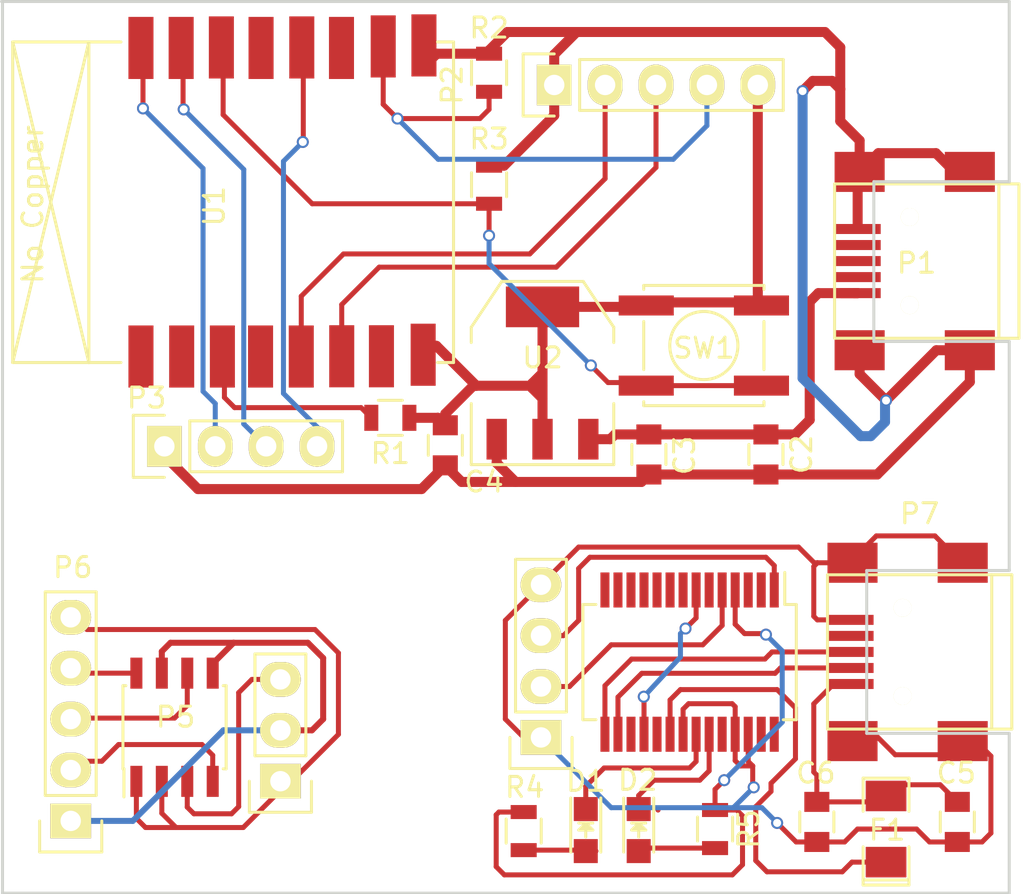
<source format=kicad_pcb>
(kicad_pcb (version 4) (host pcbnew 4.0.4-stable)

  (general
    (links 71)
    (no_connects 1)
    (area 116.053799 82.982999 166.495801 127.633801)
    (thickness 1.6)
    (drawings 13)
    (tracks 335)
    (zones 0)
    (modules 25)
    (nets 30)
  )

  (page A4)
  (layers
    (0 F.Cu signal)
    (31 B.Cu signal)
    (32 B.Adhes user)
    (33 F.Adhes user)
    (34 B.Paste user)
    (35 F.Paste user)
    (36 B.SilkS user)
    (37 F.SilkS user)
    (38 B.Mask user)
    (39 F.Mask user)
    (40 Dwgs.User user)
    (41 Cmts.User user)
    (42 Eco1.User user)
    (43 Eco2.User user)
    (44 Edge.Cuts user)
    (45 Margin user)
    (46 B.CrtYd user)
    (47 F.CrtYd user)
    (48 B.Fab user)
    (49 F.Fab user hide)
  )

  (setup
    (last_trace_width 0.25)
    (trace_clearance 0.2)
    (zone_clearance 0.508)
    (zone_45_only no)
    (trace_min 0.25)
    (segment_width 0.2)
    (edge_width 0.15)
    (via_size 0.6)
    (via_drill 0.4)
    (via_min_size 0.6)
    (via_min_drill 0.3)
    (uvia_size 0.3)
    (uvia_drill 0.1)
    (uvias_allowed no)
    (uvia_min_size 0.2)
    (uvia_min_drill 0.1)
    (pcb_text_width 0.3)
    (pcb_text_size 1.5 1.5)
    (mod_edge_width 0.15)
    (mod_text_size 1 1)
    (mod_text_width 0.15)
    (pad_size 3.5 3.5)
    (pad_drill 2.7)
    (pad_to_mask_clearance 0.2)
    (aux_axis_origin 0 0)
    (grid_origin 152.5016 99.0092)
    (visible_elements 7FFFFF7F)
    (pcbplotparams
      (layerselection 0x010f0_80000001)
      (usegerberextensions true)
      (excludeedgelayer true)
      (linewidth 0.100000)
      (plotframeref false)
      (viasonmask false)
      (mode 1)
      (useauxorigin false)
      (hpglpennumber 1)
      (hpglpenspeed 20)
      (hpglpendiameter 15)
      (hpglpenoverlay 2)
      (psnegative false)
      (psa4output false)
      (plotreference true)
      (plotvalue true)
      (plotinvisibletext false)
      (padsonsilk false)
      (subtractmaskfromsilk false)
      (outputformat 1)
      (mirror false)
      (drillshape 0)
      (scaleselection 1)
      (outputdirectory ""))
  )

  (net 0 "")
  (net 1 GND)
  (net 2 +5V)
  (net 3 +3V3)
  (net 4 SS)
  (net 5 MISO)
  (net 6 SCLK)
  (net 7 "Net-(R1-Pad2)")
  (net 8 TX)
  (net 9 RX)
  (net 10 "Net-(R3-Pad2)")
  (net 11 "Net-(P3-Pad4)")
  (net 12 GNDA)
  (net 13 "Net-(C5-Pad2)")
  (net 14 "Net-(F1-Pad1)")
  (net 15 VCC_A)
  (net 16 SS_A)
  (net 17 MISO_A)
  (net 18 SCLK_A)
  (net 19 GNDD)
  (net 20 USBDm)
  (net 21 USBDp)
  (net 22 RX_A)
  (net 23 TX_A)
  (net 24 "Net-(D1-Pad2)")
  (net 25 VCCIO)
  (net 26 "Net-(D2-Pad2)")
  (net 27 "Net-(D1-Pad1)")
  (net 28 "Net-(D2-Pad1)")
  (net 29 AnalogIn)

  (net_class Default "This is the default net class."
    (clearance 0.2)
    (trace_width 0.25)
    (via_dia 0.6)
    (via_drill 0.4)
    (uvia_dia 0.3)
    (uvia_drill 0.1)
    (add_net AnalogIn)
    (add_net GNDA)
    (add_net GNDD)
    (add_net MISO)
    (add_net MISO_A)
    (add_net "Net-(C5-Pad2)")
    (add_net "Net-(D1-Pad1)")
    (add_net "Net-(D1-Pad2)")
    (add_net "Net-(D2-Pad1)")
    (add_net "Net-(D2-Pad2)")
    (add_net "Net-(F1-Pad1)")
    (add_net "Net-(P3-Pad4)")
    (add_net "Net-(R1-Pad2)")
    (add_net "Net-(R3-Pad2)")
    (add_net RX)
    (add_net RX_A)
    (add_net SCLK)
    (add_net SCLK_A)
    (add_net SS)
    (add_net SS_A)
    (add_net TX)
    (add_net TX_A)
    (add_net USBDm)
    (add_net USBDp)
    (add_net VCCIO)
    (add_net VCC_A)
  )

  (net_class GndPwr ""
    (clearance 0.2)
    (trace_width 0.5)
    (via_dia 0.6)
    (via_drill 0.4)
    (uvia_dia 0.3)
    (uvia_drill 0.1)
    (add_net +3V3)
    (add_net +5V)
    (add_net GND)
  )

  (module Pin_Headers:Pin_Header_Straight_1x04 (layer F.Cu) (tedit 580108A3) (tstamp 57F40CAF)
    (at 143.0528 119.7864 180)
    (descr "Through hole pin header")
    (tags "pin header")
    (path /57F41377)
    (fp_text reference P8 (at 23.6728 13.3096 180) (layer F.SilkS) hide
      (effects (font (size 1 1) (thickness 0.15)))
    )
    (fp_text value CONN_01X04 (at -15.9004 19.8628 270) (layer F.Fab) hide
      (effects (font (size 1 1) (thickness 0.15)))
    )
    (fp_line (start -1.75 -1.75) (end -1.75 9.4) (layer F.CrtYd) (width 0.05))
    (fp_line (start 1.75 -1.75) (end 1.75 9.4) (layer F.CrtYd) (width 0.05))
    (fp_line (start -1.75 -1.75) (end 1.75 -1.75) (layer F.CrtYd) (width 0.05))
    (fp_line (start -1.75 9.4) (end 1.75 9.4) (layer F.CrtYd) (width 0.05))
    (fp_line (start -1.27 1.27) (end -1.27 8.89) (layer F.SilkS) (width 0.15))
    (fp_line (start 1.27 1.27) (end 1.27 8.89) (layer F.SilkS) (width 0.15))
    (fp_line (start 1.55 -1.55) (end 1.55 0) (layer F.SilkS) (width 0.15))
    (fp_line (start -1.27 8.89) (end 1.27 8.89) (layer F.SilkS) (width 0.15))
    (fp_line (start 1.27 1.27) (end -1.27 1.27) (layer F.SilkS) (width 0.15))
    (fp_line (start -1.55 0) (end -1.55 -1.55) (layer F.SilkS) (width 0.15))
    (fp_line (start -1.55 -1.55) (end 1.55 -1.55) (layer F.SilkS) (width 0.15))
    (pad 1 thru_hole rect (at 0 0 180) (size 2.032 1.7272) (drill 1.016) (layers *.Cu *.Mask F.SilkS)
      (net 12 GNDA))
    (pad 2 thru_hole oval (at 0 2.54 180) (size 2.032 1.7272) (drill 1.016) (layers *.Cu *.Mask F.SilkS)
      (net 22 RX_A))
    (pad 3 thru_hole oval (at 0 5.08 180) (size 2.032 1.7272) (drill 1.016) (layers *.Cu *.Mask F.SilkS)
      (net 23 TX_A))
    (pad 4 thru_hole oval (at 0 7.62 180) (size 2.032 1.7272) (drill 1.016) (layers *.Cu *.Mask F.SilkS)
      (net 12 GNDA))
    (model Pin_Headers.3dshapes/Pin_Header_Straight_1x04.wrl
      (at (xyz 0 -0.15 0))
      (scale (xyz 1 1 1))
      (rotate (xyz 0 0 90))
    )
  )

  (module Pin_Headers:Pin_Header_Straight_1x03 (layer F.Cu) (tedit 58010827) (tstamp 57F40E0A)
    (at 130.048 121.9708 180)
    (descr "Through hole pin header")
    (tags "pin header")
    (path /57F4582E)
    (fp_text reference P4 (at 0 7.5184 180) (layer F.SilkS) hide
      (effects (font (size 1 1) (thickness 0.15)))
    )
    (fp_text value Mic_IN (at -0.254 -2.4384 180) (layer F.Fab)
      (effects (font (size 1 1) (thickness 0.15)))
    )
    (fp_line (start -1.75 -1.75) (end -1.75 6.85) (layer F.CrtYd) (width 0.05))
    (fp_line (start 1.75 -1.75) (end 1.75 6.85) (layer F.CrtYd) (width 0.05))
    (fp_line (start -1.75 -1.75) (end 1.75 -1.75) (layer F.CrtYd) (width 0.05))
    (fp_line (start -1.75 6.85) (end 1.75 6.85) (layer F.CrtYd) (width 0.05))
    (fp_line (start -1.27 1.27) (end -1.27 6.35) (layer F.SilkS) (width 0.15))
    (fp_line (start -1.27 6.35) (end 1.27 6.35) (layer F.SilkS) (width 0.15))
    (fp_line (start 1.27 6.35) (end 1.27 1.27) (layer F.SilkS) (width 0.15))
    (fp_line (start 1.55 -1.55) (end 1.55 0) (layer F.SilkS) (width 0.15))
    (fp_line (start 1.27 1.27) (end -1.27 1.27) (layer F.SilkS) (width 0.15))
    (fp_line (start -1.55 0) (end -1.55 -1.55) (layer F.SilkS) (width 0.15))
    (fp_line (start -1.55 -1.55) (end 1.55 -1.55) (layer F.SilkS) (width 0.15))
    (pad 1 thru_hole rect (at 0 0 180) (size 2.032 1.7272) (drill 1.016) (layers *.Cu *.Mask F.SilkS)
      (net 15 VCC_A))
    (pad 2 thru_hole oval (at 0 2.54 180) (size 2.032 1.7272) (drill 1.016) (layers *.Cu *.Mask F.SilkS)
      (net 19 GNDD))
    (pad 3 thru_hole oval (at 0 5.08 180) (size 2.032 1.7272) (drill 1.016) (layers *.Cu *.Mask F.SilkS)
      (net 29 AnalogIn))
    (model Pin_Headers.3dshapes/Pin_Header_Straight_1x03.wrl
      (at (xyz 0 -0.1 0))
      (scale (xyz 1 1 1))
      (rotate (xyz 0 0 90))
    )
  )

  (module Housings_SSOP:SSOP-28_5.3x10.2mm_Pitch0.65mm (layer F.Cu) (tedit 58010820) (tstamp 57F40E36)
    (at 150.4696 116.0272 270)
    (descr "28-Lead Plastic Shrink Small Outline (SS)-5.30 mm Body [SSOP] (see Microchip Packaging Specification 00000049BS.pdf)")
    (tags "SSOP 0.65")
    (path /57F40822)
    (attr smd)
    (fp_text reference U3 (at 1.4224 0 360) (layer F.SilkS) hide
      (effects (font (size 1 1) (thickness 0.15)))
    )
    (fp_text value FT232RL (at 0 0 360) (layer F.Fab)
      (effects (font (size 1 1) (thickness 0.15)))
    )
    (fp_line (start -1.65 -5.1) (end 2.65 -5.1) (layer F.Fab) (width 0.15))
    (fp_line (start 2.65 -5.1) (end 2.65 5.1) (layer F.Fab) (width 0.15))
    (fp_line (start 2.65 5.1) (end -2.65 5.1) (layer F.Fab) (width 0.15))
    (fp_line (start -2.65 5.1) (end -2.65 -4.1) (layer F.Fab) (width 0.15))
    (fp_line (start -2.65 -4.1) (end -1.65 -5.1) (layer F.Fab) (width 0.15))
    (fp_line (start -4.75 -5.5) (end -4.75 5.5) (layer F.CrtYd) (width 0.05))
    (fp_line (start 4.75 -5.5) (end 4.75 5.5) (layer F.CrtYd) (width 0.05))
    (fp_line (start -4.75 -5.5) (end 4.75 -5.5) (layer F.CrtYd) (width 0.05))
    (fp_line (start -4.75 5.5) (end 4.75 5.5) (layer F.CrtYd) (width 0.05))
    (fp_line (start -2.875 -5.325) (end -2.875 -4.75) (layer F.SilkS) (width 0.15))
    (fp_line (start 2.875 -5.325) (end 2.875 -4.675) (layer F.SilkS) (width 0.15))
    (fp_line (start 2.875 5.325) (end 2.875 4.675) (layer F.SilkS) (width 0.15))
    (fp_line (start -2.875 5.325) (end -2.875 4.675) (layer F.SilkS) (width 0.15))
    (fp_line (start -2.875 -5.325) (end 2.875 -5.325) (layer F.SilkS) (width 0.15))
    (fp_line (start -2.875 5.325) (end 2.875 5.325) (layer F.SilkS) (width 0.15))
    (fp_line (start -2.875 -4.75) (end -4.475 -4.75) (layer F.SilkS) (width 0.15))
    (pad 1 smd rect (at -3.6 -4.225 270) (size 1.75 0.45) (layers F.Cu F.Paste F.Mask)
      (net 23 TX_A))
    (pad 2 smd rect (at -3.6 -3.575 270) (size 1.75 0.45) (layers F.Cu F.Paste F.Mask))
    (pad 3 smd rect (at -3.6 -2.925 270) (size 1.75 0.45) (layers F.Cu F.Paste F.Mask))
    (pad 4 smd rect (at -3.6 -2.275 270) (size 1.75 0.45) (layers F.Cu F.Paste F.Mask)
      (net 25 VCCIO))
    (pad 5 smd rect (at -3.6 -1.625 270) (size 1.75 0.45) (layers F.Cu F.Paste F.Mask)
      (net 22 RX_A))
    (pad 6 smd rect (at -3.6 -0.975 270) (size 1.75 0.45) (layers F.Cu F.Paste F.Mask))
    (pad 7 smd rect (at -3.6 -0.325 270) (size 1.75 0.45) (layers F.Cu F.Paste F.Mask)
      (net 12 GNDA))
    (pad 8 smd rect (at -3.6 0.325 270) (size 1.75 0.45) (layers F.Cu F.Paste F.Mask))
    (pad 9 smd rect (at -3.6 0.975 270) (size 1.75 0.45) (layers F.Cu F.Paste F.Mask))
    (pad 10 smd rect (at -3.6 1.625 270) (size 1.75 0.45) (layers F.Cu F.Paste F.Mask))
    (pad 11 smd rect (at -3.6 2.275 270) (size 1.75 0.45) (layers F.Cu F.Paste F.Mask))
    (pad 12 smd rect (at -3.6 2.925 270) (size 1.75 0.45) (layers F.Cu F.Paste F.Mask))
    (pad 13 smd rect (at -3.6 3.575 270) (size 1.75 0.45) (layers F.Cu F.Paste F.Mask))
    (pad 14 smd rect (at -3.6 4.225 270) (size 1.75 0.45) (layers F.Cu F.Paste F.Mask))
    (pad 15 smd rect (at 3.6 4.225 270) (size 1.75 0.45) (layers F.Cu F.Paste F.Mask)
      (net 21 USBDp))
    (pad 16 smd rect (at 3.6 3.575 270) (size 1.75 0.45) (layers F.Cu F.Paste F.Mask)
      (net 20 USBDm))
    (pad 17 smd rect (at 3.6 2.925 270) (size 1.75 0.45) (layers F.Cu F.Paste F.Mask))
    (pad 18 smd rect (at 3.6 2.275 270) (size 1.75 0.45) (layers F.Cu F.Paste F.Mask)
      (net 12 GNDA))
    (pad 19 smd rect (at 3.6 1.625 270) (size 1.75 0.45) (layers F.Cu F.Paste F.Mask))
    (pad 20 smd rect (at 3.6 0.975 270) (size 1.75 0.45) (layers F.Cu F.Paste F.Mask)
      (net 14 "Net-(F1-Pad1)"))
    (pad 21 smd rect (at 3.6 0.325 270) (size 1.75 0.45) (layers F.Cu F.Paste F.Mask)
      (net 12 GNDA))
    (pad 22 smd rect (at 3.6 -0.325 270) (size 1.75 0.45) (layers F.Cu F.Paste F.Mask)
      (net 27 "Net-(D1-Pad1)"))
    (pad 23 smd rect (at 3.6 -0.975 270) (size 1.75 0.45) (layers F.Cu F.Paste F.Mask)
      (net 28 "Net-(D2-Pad1)"))
    (pad 24 smd rect (at 3.6 -1.625 270) (size 1.75 0.45) (layers F.Cu F.Paste F.Mask))
    (pad 25 smd rect (at 3.6 -2.275 270) (size 1.75 0.45) (layers F.Cu F.Paste F.Mask)
      (net 12 GNDA))
    (pad 26 smd rect (at 3.6 -2.925 270) (size 1.75 0.45) (layers F.Cu F.Paste F.Mask)
      (net 12 GNDA))
    (pad 27 smd rect (at 3.6 -3.575 270) (size 1.75 0.45) (layers F.Cu F.Paste F.Mask))
    (pad 28 smd rect (at 3.6 -4.225 270) (size 1.75 0.45) (layers F.Cu F.Paste F.Mask))
    (model Housings_SSOP.3dshapes/SSOP-28_5.3x10.2mm_Pitch0.65mm.wrl
      (at (xyz 0 0 0))
      (scale (xyz 1 1 1))
      (rotate (xyz 0 0 0))
    )
  )

  (module Connect:USB_Mini-B (layer F.Cu) (tedit 57F3EA77) (tstamp 57F173F4)
    (at 162.306 96.012 180)
    (descr "USB Mini-B 5-pin SMD connector")
    (tags "USB USB_B USB_Mini connector")
    (path /57F144A6)
    (attr smd)
    (fp_text reference P1 (at 0.508 -0.1016 180) (layer F.SilkS)
      (effects (font (size 1 1) (thickness 0.15)))
    )
    (fp_text value USB_OTG (at -1.651 -0.127 270) (layer F.Fab) hide
      (effects (font (size 1 1) (thickness 0.15)))
    )
    (fp_line (start -4.85 -5.7) (end 4.85 -5.7) (layer F.CrtYd) (width 0.05))
    (fp_line (start 4.85 -5.7) (end 4.85 5.7) (layer F.CrtYd) (width 0.05))
    (fp_line (start 4.85 5.7) (end -4.85 5.7) (layer F.CrtYd) (width 0.05))
    (fp_line (start -4.85 5.7) (end -4.85 -5.7) (layer F.CrtYd) (width 0.05))
    (fp_line (start -3.59918 -3.85064) (end -3.59918 3.85064) (layer F.SilkS) (width 0.15))
    (fp_line (start -4.59994 -3.85064) (end -4.59994 3.85064) (layer F.SilkS) (width 0.15))
    (fp_line (start -4.59994 3.85064) (end 4.59994 3.85064) (layer F.SilkS) (width 0.15))
    (fp_line (start 4.59994 3.85064) (end 4.59994 -3.85064) (layer F.SilkS) (width 0.15))
    (fp_line (start 4.59994 -3.85064) (end -4.59994 -3.85064) (layer F.SilkS) (width 0.15))
    (pad 1 smd rect (at 3.44932 -1.6002 180) (size 2.30124 0.50038) (layers F.Cu F.Paste F.Mask)
      (net 2 +5V))
    (pad 2 smd rect (at 3.44932 -0.8001 180) (size 2.30124 0.50038) (layers F.Cu F.Paste F.Mask))
    (pad 3 smd rect (at 3.44932 0 180) (size 2.30124 0.50038) (layers F.Cu F.Paste F.Mask))
    (pad 4 smd rect (at 3.44932 0.8001 180) (size 2.30124 0.50038) (layers F.Cu F.Paste F.Mask))
    (pad 5 smd rect (at 3.44932 1.6002 180) (size 2.30124 0.50038) (layers F.Cu F.Paste F.Mask)
      (net 1 GND))
    (pad 6 smd rect (at 3.35026 -4.45008 180) (size 2.49936 1.99898) (layers F.Cu F.Paste F.Mask)
      (net 1 GND))
    (pad 6 smd rect (at -2.14884 -4.45008 180) (size 2.49936 1.99898) (layers F.Cu F.Paste F.Mask)
      (net 1 GND))
    (pad 6 smd rect (at 3.35026 4.45008 180) (size 2.49936 1.99898) (layers F.Cu F.Paste F.Mask)
      (net 1 GND))
    (pad 6 smd rect (at -2.14884 4.45008 180) (size 2.49936 1.99898) (layers F.Cu F.Paste F.Mask)
      (net 1 GND))
    (pad "" np_thru_hole circle (at 0.8509 -2.19964 180) (size 0.89916 0.89916) (drill 0.89916) (layers *.Cu *.Mask F.SilkS))
    (pad "" np_thru_hole circle (at 0.8509 2.19964 180) (size 0.89916 0.89916) (drill 0.89916) (layers *.Cu *.Mask F.SilkS))
  )

  (module Capacitors_SMD:C_0805 (layer F.Cu) (tedit 580108AE) (tstamp 57F173C1)
    (at 154.2796 105.664 270)
    (descr "Capacitor SMD 0805, reflow soldering, AVX (see smccp.pdf)")
    (tags "capacitor 0805")
    (path /57F15504)
    (attr smd)
    (fp_text reference C2 (at 0 -1.778 450) (layer F.SilkS)
      (effects (font (size 1 1) (thickness 0.15)))
    )
    (fp_text value 0,1uF (at 1.27 35.4076 360) (layer F.Fab) hide
      (effects (font (size 0.5 0.5) (thickness 0.125)))
    )
    (fp_line (start -1 0.625) (end -1 -0.625) (layer F.Fab) (width 0.15))
    (fp_line (start 1 0.625) (end -1 0.625) (layer F.Fab) (width 0.15))
    (fp_line (start 1 -0.625) (end 1 0.625) (layer F.Fab) (width 0.15))
    (fp_line (start -1 -0.625) (end 1 -0.625) (layer F.Fab) (width 0.15))
    (fp_line (start -1.8 -1) (end 1.8 -1) (layer F.CrtYd) (width 0.05))
    (fp_line (start -1.8 1) (end 1.8 1) (layer F.CrtYd) (width 0.05))
    (fp_line (start -1.8 -1) (end -1.8 1) (layer F.CrtYd) (width 0.05))
    (fp_line (start 1.8 -1) (end 1.8 1) (layer F.CrtYd) (width 0.05))
    (fp_line (start 0.5 -0.85) (end -0.5 -0.85) (layer F.SilkS) (width 0.15))
    (fp_line (start -0.5 0.85) (end 0.5 0.85) (layer F.SilkS) (width 0.15))
    (pad 1 smd rect (at -1 0 270) (size 1 1.25) (layers F.Cu F.Paste F.Mask)
      (net 2 +5V))
    (pad 2 smd rect (at 1 0 270) (size 1 1.25) (layers F.Cu F.Paste F.Mask)
      (net 1 GND))
    (model Capacitors_SMD.3dshapes/C_0805.wrl
      (at (xyz 0 0 0))
      (scale (xyz 1 1 1))
      (rotate (xyz 0 0 0))
    )
  )

  (module Capacitors_SMD:C_0805 (layer F.Cu) (tedit 580108B0) (tstamp 57F173C7)
    (at 148.4376 105.664 90)
    (descr "Capacitor SMD 0805, reflow soldering, AVX (see smccp.pdf)")
    (tags "capacitor 0805")
    (path /57F1835E)
    (attr smd)
    (fp_text reference C3 (at -0.0508 1.778 270) (layer F.SilkS)
      (effects (font (size 1 1) (thickness 0.15)))
    )
    (fp_text value 10uF (at -1.5748 -29.3624 180) (layer F.Fab) hide
      (effects (font (size 0.5 0.5) (thickness 0.125)))
    )
    (fp_line (start -1 0.625) (end -1 -0.625) (layer F.Fab) (width 0.15))
    (fp_line (start 1 0.625) (end -1 0.625) (layer F.Fab) (width 0.15))
    (fp_line (start 1 -0.625) (end 1 0.625) (layer F.Fab) (width 0.15))
    (fp_line (start -1 -0.625) (end 1 -0.625) (layer F.Fab) (width 0.15))
    (fp_line (start -1.8 -1) (end 1.8 -1) (layer F.CrtYd) (width 0.05))
    (fp_line (start -1.8 1) (end 1.8 1) (layer F.CrtYd) (width 0.05))
    (fp_line (start -1.8 -1) (end -1.8 1) (layer F.CrtYd) (width 0.05))
    (fp_line (start 1.8 -1) (end 1.8 1) (layer F.CrtYd) (width 0.05))
    (fp_line (start 0.5 -0.85) (end -0.5 -0.85) (layer F.SilkS) (width 0.15))
    (fp_line (start -0.5 0.85) (end 0.5 0.85) (layer F.SilkS) (width 0.15))
    (pad 1 smd rect (at -1 0 90) (size 1 1.25) (layers F.Cu F.Paste F.Mask)
      (net 1 GND))
    (pad 2 smd rect (at 1 0 90) (size 1 1.25) (layers F.Cu F.Paste F.Mask)
      (net 2 +5V))
    (model Capacitors_SMD.3dshapes/C_0805.wrl
      (at (xyz 0 0 0))
      (scale (xyz 1 1 1))
      (rotate (xyz 0 0 0))
    )
  )

  (module Capacitors_SMD:C_0805 (layer F.Cu) (tedit 580108AB) (tstamp 57F173CD)
    (at 138.2776 105.2068 90)
    (descr "Capacitor SMD 0805, reflow soldering, AVX (see smccp.pdf)")
    (tags "capacitor 0805")
    (path /57F182A6)
    (attr smd)
    (fp_text reference C4 (at -1.8288 1.9304 180) (layer F.SilkS)
      (effects (font (size 1 1) (thickness 0.15)))
    )
    (fp_text value 10uF (at -1.8796 -19.4564 180) (layer F.Fab) hide
      (effects (font (size 1 1) (thickness 0.15)))
    )
    (fp_line (start -1 0.625) (end -1 -0.625) (layer F.Fab) (width 0.15))
    (fp_line (start 1 0.625) (end -1 0.625) (layer F.Fab) (width 0.15))
    (fp_line (start 1 -0.625) (end 1 0.625) (layer F.Fab) (width 0.15))
    (fp_line (start -1 -0.625) (end 1 -0.625) (layer F.Fab) (width 0.15))
    (fp_line (start -1.8 -1) (end 1.8 -1) (layer F.CrtYd) (width 0.05))
    (fp_line (start -1.8 1) (end 1.8 1) (layer F.CrtYd) (width 0.05))
    (fp_line (start -1.8 -1) (end -1.8 1) (layer F.CrtYd) (width 0.05))
    (fp_line (start 1.8 -1) (end 1.8 1) (layer F.CrtYd) (width 0.05))
    (fp_line (start 0.5 -0.85) (end -0.5 -0.85) (layer F.SilkS) (width 0.15))
    (fp_line (start -0.5 0.85) (end 0.5 0.85) (layer F.SilkS) (width 0.15))
    (pad 1 smd rect (at -1 0 90) (size 1 1.25) (layers F.Cu F.Paste F.Mask)
      (net 1 GND))
    (pad 2 smd rect (at 1 0 90) (size 1 1.25) (layers F.Cu F.Paste F.Mask)
      (net 3 +3V3))
    (model Capacitors_SMD.3dshapes/C_0805.wrl
      (at (xyz 0 0 0))
      (scale (xyz 1 1 1))
      (rotate (xyz 0 0 0))
    )
  )

  (module Resistors_SMD:R_0805 (layer F.Cu) (tedit 580108AD) (tstamp 57F17405)
    (at 135.5344 103.8352 180)
    (descr "Resistor SMD 0805, reflow soldering, Vishay (see dcrcw.pdf)")
    (tags "resistor 0805")
    (path /57F1614C)
    (attr smd)
    (fp_text reference R1 (at 0 -1.778 180) (layer F.SilkS)
      (effects (font (size 1 1) (thickness 0.15)))
    )
    (fp_text value 10k (at 16.6624 -3.6576 180) (layer F.Fab) hide
      (effects (font (size 1 1) (thickness 0.15)))
    )
    (fp_line (start -1.6 -1) (end 1.6 -1) (layer F.CrtYd) (width 0.05))
    (fp_line (start -1.6 1) (end 1.6 1) (layer F.CrtYd) (width 0.05))
    (fp_line (start -1.6 -1) (end -1.6 1) (layer F.CrtYd) (width 0.05))
    (fp_line (start 1.6 -1) (end 1.6 1) (layer F.CrtYd) (width 0.05))
    (fp_line (start 0.6 0.875) (end -0.6 0.875) (layer F.SilkS) (width 0.15))
    (fp_line (start -0.6 -0.875) (end 0.6 -0.875) (layer F.SilkS) (width 0.15))
    (pad 1 smd rect (at -0.95 0 180) (size 0.7 1.3) (layers F.Cu F.Paste F.Mask)
      (net 3 +3V3))
    (pad 2 smd rect (at 0.95 0 180) (size 0.7 1.3) (layers F.Cu F.Paste F.Mask)
      (net 7 "Net-(R1-Pad2)"))
    (model Resistors_SMD.3dshapes/R_0805.wrl
      (at (xyz 0 0 0))
      (scale (xyz 1 1 1))
      (rotate (xyz 0 0 0))
    )
  )

  (module Resistors_SMD:R_0805 (layer F.Cu) (tedit 57F3F68D) (tstamp 57F1740B)
    (at 140.462 86.614 90)
    (descr "Resistor SMD 0805, reflow soldering, Vishay (see dcrcw.pdf)")
    (tags "resistor 0805")
    (path /57F169BA)
    (attr smd)
    (fp_text reference R2 (at 2.2352 0 180) (layer F.SilkS)
      (effects (font (size 1 1) (thickness 0.15)))
    )
    (fp_text value 10k (at 0 0.0508 180) (layer F.Fab) hide
      (effects (font (size 0.5 0.5) (thickness 0.125)))
    )
    (fp_line (start -1.6 -1) (end 1.6 -1) (layer F.CrtYd) (width 0.05))
    (fp_line (start -1.6 1) (end 1.6 1) (layer F.CrtYd) (width 0.05))
    (fp_line (start -1.6 -1) (end -1.6 1) (layer F.CrtYd) (width 0.05))
    (fp_line (start 1.6 -1) (end 1.6 1) (layer F.CrtYd) (width 0.05))
    (fp_line (start 0.6 0.875) (end -0.6 0.875) (layer F.SilkS) (width 0.15))
    (fp_line (start -0.6 -0.875) (end 0.6 -0.875) (layer F.SilkS) (width 0.15))
    (pad 1 smd rect (at -0.95 0 90) (size 0.7 1.3) (layers F.Cu F.Paste F.Mask)
      (net 4 SS))
    (pad 2 smd rect (at 0.95 0 90) (size 0.7 1.3) (layers F.Cu F.Paste F.Mask)
      (net 1 GND))
    (model Resistors_SMD.3dshapes/R_0805.wrl
      (at (xyz 0 0 0))
      (scale (xyz 1 1 1))
      (rotate (xyz 0 0 0))
    )
  )

  (module Resistors_SMD:R_0805 (layer F.Cu) (tedit 57F3F691) (tstamp 57F17411)
    (at 140.462 92.202 270)
    (descr "Resistor SMD 0805, reflow soldering, Vishay (see dcrcw.pdf)")
    (tags "resistor 0805")
    (path /57F16E36)
    (attr smd)
    (fp_text reference R3 (at -2.286 0 360) (layer F.SilkS)
      (effects (font (size 1 1) (thickness 0.15)))
    )
    (fp_text value 10k (at 0.0508 0 360) (layer F.Fab) hide
      (effects (font (size 0.5 0.5) (thickness 0.125)))
    )
    (fp_line (start -1.6 -1) (end 1.6 -1) (layer F.CrtYd) (width 0.05))
    (fp_line (start -1.6 1) (end 1.6 1) (layer F.CrtYd) (width 0.05))
    (fp_line (start -1.6 -1) (end -1.6 1) (layer F.CrtYd) (width 0.05))
    (fp_line (start 1.6 -1) (end 1.6 1) (layer F.CrtYd) (width 0.05))
    (fp_line (start 0.6 0.875) (end -0.6 0.875) (layer F.SilkS) (width 0.15))
    (fp_line (start -0.6 -0.875) (end 0.6 -0.875) (layer F.SilkS) (width 0.15))
    (pad 1 smd rect (at -0.95 0 270) (size 0.7 1.3) (layers F.Cu F.Paste F.Mask)
      (net 1 GND))
    (pad 2 smd rect (at 0.95 0 270) (size 0.7 1.3) (layers F.Cu F.Paste F.Mask)
      (net 10 "Net-(R3-Pad2)"))
    (model Resistors_SMD.3dshapes/R_0805.wrl
      (at (xyz 0 0 0))
      (scale (xyz 1 1 1))
      (rotate (xyz 0 0 0))
    )
  )

  (module Buttons_Switches_SMD:SW_SPST_EVPBF (layer F.Cu) (tedit 57F3F5FB) (tstamp 57F17425)
    (at 151.1808 100.2284 180)
    (descr "Light Touch Switch")
    (path /57F1482F)
    (attr smd)
    (fp_text reference SW1 (at 0 -0.127 180) (layer F.SilkS)
      (effects (font (size 1 1) (thickness 0.15)))
    )
    (fp_text value SW_PUSH (at 0 4.25 180) (layer F.Fab) hide
      (effects (font (size 1 1) (thickness 0.15)))
    )
    (fp_line (start -4.5 -3.25) (end 4.5 -3.25) (layer F.CrtYd) (width 0.05))
    (fp_line (start 4.5 -3.25) (end 4.5 3.25) (layer F.CrtYd) (width 0.05))
    (fp_line (start 4.5 3.25) (end -4.5 3.25) (layer F.CrtYd) (width 0.05))
    (fp_line (start -4.5 3.25) (end -4.5 -3.25) (layer F.CrtYd) (width 0.05))
    (fp_line (start 3 -3) (end 3 -2.8) (layer F.SilkS) (width 0.15))
    (fp_line (start 3 3) (end 3 2.8) (layer F.SilkS) (width 0.15))
    (fp_line (start -3 3) (end -3 2.8) (layer F.SilkS) (width 0.15))
    (fp_line (start -3 -3) (end -3 -2.8) (layer F.SilkS) (width 0.15))
    (fp_line (start -3 -1.2) (end -3 1.2) (layer F.SilkS) (width 0.15))
    (fp_line (start 3 -1.2) (end 3 1.2) (layer F.SilkS) (width 0.15))
    (fp_line (start 3 -3) (end -3 -3) (layer F.SilkS) (width 0.15))
    (fp_line (start -3 3) (end 3 3) (layer F.SilkS) (width 0.15))
    (fp_circle (center 0 0) (end 1.7 0) (layer F.SilkS) (width 0.15))
    (pad 1 smd rect (at 2.875 -2 180) (size 2.75 1) (layers F.Cu F.Paste F.Mask)
      (net 10 "Net-(R3-Pad2)"))
    (pad 1 smd rect (at -2.875 -2 180) (size 2.75 1) (layers F.Cu F.Paste F.Mask)
      (net 10 "Net-(R3-Pad2)"))
    (pad 2 smd rect (at -2.875 2 180) (size 2.75 1) (layers F.Cu F.Paste F.Mask)
      (net 3 +3V3))
    (pad 2 smd rect (at 2.875 2 180) (size 2.75 1) (layers F.Cu F.Paste F.Mask)
      (net 3 +3V3))
  )

  (module TO_SOT_Packages_SMD:SOT-223 (layer F.Cu) (tedit 57F3F604) (tstamp 57F17441)
    (at 143.129 101.6)
    (descr "module CMS SOT223 4 pins")
    (tags "CMS SOT")
    (path /57F18719)
    (attr smd)
    (fp_text reference U2 (at 0 -0.762) (layer F.SilkS)
      (effects (font (size 1 1) (thickness 0.15)))
    )
    (fp_text value LM1117-3.3 (at 0.381 -5.588) (layer F.Fab)
      (effects (font (size 1 1) (thickness 0.15)))
    )
    (fp_line (start -3.556 1.524) (end -3.556 4.572) (layer F.SilkS) (width 0.15))
    (fp_line (start -3.556 4.572) (end 3.556 4.572) (layer F.SilkS) (width 0.15))
    (fp_line (start 3.556 4.572) (end 3.556 1.524) (layer F.SilkS) (width 0.15))
    (fp_line (start -3.556 -1.524) (end -3.556 -2.286) (layer F.SilkS) (width 0.15))
    (fp_line (start -3.556 -2.286) (end -2.032 -4.572) (layer F.SilkS) (width 0.15))
    (fp_line (start -2.032 -4.572) (end 2.032 -4.572) (layer F.SilkS) (width 0.15))
    (fp_line (start 2.032 -4.572) (end 3.556 -2.286) (layer F.SilkS) (width 0.15))
    (fp_line (start 3.556 -2.286) (end 3.556 -1.524) (layer F.SilkS) (width 0.15))
    (pad 4 smd rect (at 0 -3.302) (size 3.6576 2.032) (layers F.Cu F.Paste F.Mask)
      (net 3 +3V3))
    (pad 2 smd rect (at 0 3.302) (size 1.016 2.032) (layers F.Cu F.Paste F.Mask)
      (net 3 +3V3))
    (pad 3 smd rect (at 2.286 3.302) (size 1.016 2.032) (layers F.Cu F.Paste F.Mask)
      (net 2 +5V))
    (pad 1 smd rect (at -2.286 3.302) (size 1.016 2.032) (layers F.Cu F.Paste F.Mask)
      (net 1 GND))
    (model TO_SOT_Packages_SMD.3dshapes/SOT-223.wrl
      (at (xyz 0 0 0))
      (scale (xyz 0.4 0.4 0.4))
      (rotate (xyz 0 0 0))
    )
  )

  (module Pin_Headers:Pin_Header_Straight_1x04 (layer F.Cu) (tedit 58027977) (tstamp 57F3D57B)
    (at 124.2568 105.2576 90)
    (descr "Through hole pin header")
    (tags "pin header")
    (path /57F3D909)
    (fp_text reference P3 (at 2.413 -0.889 360) (layer F.SilkS)
      (effects (font (size 1 1) (thickness 0.15)))
    )
    (fp_text value CONN_01X04 (at -1.5748 -6.858 180) (layer F.Fab) hide
      (effects (font (size 1 1) (thickness 0.15)))
    )
    (fp_line (start -1.75 -1.75) (end -1.75 9.4) (layer F.CrtYd) (width 0.05))
    (fp_line (start 1.75 -1.75) (end 1.75 9.4) (layer F.CrtYd) (width 0.05))
    (fp_line (start -1.75 -1.75) (end 1.75 -1.75) (layer F.CrtYd) (width 0.05))
    (fp_line (start -1.75 9.4) (end 1.75 9.4) (layer F.CrtYd) (width 0.05))
    (fp_line (start -1.27 1.27) (end -1.27 8.89) (layer F.SilkS) (width 0.15))
    (fp_line (start 1.27 1.27) (end 1.27 8.89) (layer F.SilkS) (width 0.15))
    (fp_line (start 1.55 -1.55) (end 1.55 0) (layer F.SilkS) (width 0.15))
    (fp_line (start -1.27 8.89) (end 1.27 8.89) (layer F.SilkS) (width 0.15))
    (fp_line (start 1.27 1.27) (end -1.27 1.27) (layer F.SilkS) (width 0.15))
    (fp_line (start -1.55 0) (end -1.55 -1.55) (layer F.SilkS) (width 0.15))
    (fp_line (start -1.55 -1.55) (end 1.55 -1.55) (layer F.SilkS) (width 0.15))
    (pad 1 thru_hole rect (at 0 0 90) (size 2.032 1.7272) (drill 1.016) (layers *.Cu *.Mask F.SilkS)
      (net 1 GND))
    (pad 2 thru_hole oval (at 0 2.54 90) (size 2.032 1.7272) (drill 1.016) (layers *.Cu *.Mask F.SilkS)
      (net 9 RX))
    (pad 3 thru_hole oval (at 0 5.08 90) (size 2.032 1.7272) (drill 1.016) (layers *.Cu *.Mask F.SilkS)
      (net 8 TX))
    (pad 4 thru_hole oval (at 0 7.62 90) (size 2.032 1.7272) (drill 1.016) (layers *.Cu *.Mask F.SilkS)
      (net 11 "Net-(P3-Pad4)"))
    (model Pin_Headers.3dshapes/Pin_Header_Straight_1x04.wrl
      (at (xyz 0 -0.15 0))
      (scale (xyz 1 1 1))
      (rotate (xyz 0 0 90))
    )
  )

  (module Capacitors_SMD:C_0805 (layer F.Cu) (tedit 580279B4) (tstamp 57F40C44)
    (at 163.83 124.0028 90)
    (descr "Capacitor SMD 0805, reflow soldering, AVX (see smccp.pdf)")
    (tags "capacitor 0805")
    (path /57F414EA)
    (attr smd)
    (fp_text reference C5 (at 2.4384 -0.0508 180) (layer F.SilkS)
      (effects (font (size 1 1) (thickness 0.15)))
    )
    (fp_text value C (at -2.8448 3.6068 90) (layer F.Fab) hide
      (effects (font (size 1 1) (thickness 0.15)))
    )
    (fp_line (start -1 0.625) (end -1 -0.625) (layer F.Fab) (width 0.15))
    (fp_line (start 1 0.625) (end -1 0.625) (layer F.Fab) (width 0.15))
    (fp_line (start 1 -0.625) (end 1 0.625) (layer F.Fab) (width 0.15))
    (fp_line (start -1 -0.625) (end 1 -0.625) (layer F.Fab) (width 0.15))
    (fp_line (start -1.8 -1) (end 1.8 -1) (layer F.CrtYd) (width 0.05))
    (fp_line (start -1.8 1) (end 1.8 1) (layer F.CrtYd) (width 0.05))
    (fp_line (start -1.8 -1) (end -1.8 1) (layer F.CrtYd) (width 0.05))
    (fp_line (start 1.8 -1) (end 1.8 1) (layer F.CrtYd) (width 0.05))
    (fp_line (start 0.5 -0.85) (end -0.5 -0.85) (layer F.SilkS) (width 0.15))
    (fp_line (start -0.5 0.85) (end 0.5 0.85) (layer F.SilkS) (width 0.15))
    (pad 1 smd rect (at -1 0 90) (size 1 1.25) (layers F.Cu F.Paste F.Mask)
      (net 12 GNDA))
    (pad 2 smd rect (at 1 0 90) (size 1 1.25) (layers F.Cu F.Paste F.Mask)
      (net 13 "Net-(C5-Pad2)"))
    (model Capacitors_SMD.3dshapes/C_0805.wrl
      (at (xyz 0 0 0))
      (scale (xyz 1 1 1))
      (rotate (xyz 0 0 0))
    )
  )

  (module Capacitors_SMD:C_0805 (layer F.Cu) (tedit 580108B7) (tstamp 57F40C54)
    (at 156.8196 124.0028 90)
    (descr "Capacitor SMD 0805, reflow soldering, AVX (see smccp.pdf)")
    (tags "capacitor 0805")
    (path /57F4143E)
    (attr smd)
    (fp_text reference C6 (at 2.4384 -0.0508 180) (layer F.SilkS)
      (effects (font (size 1 1) (thickness 0.15)))
    )
    (fp_text value C (at 17.0688 -37.6428 180) (layer F.Fab) hide
      (effects (font (size 1 1) (thickness 0.15)))
    )
    (fp_line (start -1 0.625) (end -1 -0.625) (layer F.Fab) (width 0.15))
    (fp_line (start 1 0.625) (end -1 0.625) (layer F.Fab) (width 0.15))
    (fp_line (start 1 -0.625) (end 1 0.625) (layer F.Fab) (width 0.15))
    (fp_line (start -1 -0.625) (end 1 -0.625) (layer F.Fab) (width 0.15))
    (fp_line (start -1.8 -1) (end 1.8 -1) (layer F.CrtYd) (width 0.05))
    (fp_line (start -1.8 1) (end 1.8 1) (layer F.CrtYd) (width 0.05))
    (fp_line (start -1.8 -1) (end -1.8 1) (layer F.CrtYd) (width 0.05))
    (fp_line (start 1.8 -1) (end 1.8 1) (layer F.CrtYd) (width 0.05))
    (fp_line (start 0.5 -0.85) (end -0.5 -0.85) (layer F.SilkS) (width 0.15))
    (fp_line (start -0.5 0.85) (end 0.5 0.85) (layer F.SilkS) (width 0.15))
    (pad 1 smd rect (at -1 0 90) (size 1 1.25) (layers F.Cu F.Paste F.Mask)
      (net 12 GNDA))
    (pad 2 smd rect (at 1 0 90) (size 1 1.25) (layers F.Cu F.Paste F.Mask)
      (net 13 "Net-(C5-Pad2)"))
    (model Capacitors_SMD.3dshapes/C_0805.wrl
      (at (xyz 0 0 0))
      (scale (xyz 1 1 1))
      (rotate (xyz 0 0 0))
    )
  )

  (module SMD_Packages:SMD-1206_Pol (layer F.Cu) (tedit 580108BB) (tstamp 57F40C5A)
    (at 160.274 124.3584 90)
    (path /57F15308)
    (attr smd)
    (fp_text reference F1 (at -0.0508 0.0508 180) (layer F.SilkS)
      (effects (font (size 1 1) (thickness 0.15)))
    )
    (fp_text value F_Small (at 16.3576 -40.5384 180) (layer F.Fab) hide
      (effects (font (size 1 1) (thickness 0.15)))
    )
    (fp_line (start -2.54 -1.143) (end -2.794 -1.143) (layer F.SilkS) (width 0.15))
    (fp_line (start -2.794 -1.143) (end -2.794 1.143) (layer F.SilkS) (width 0.15))
    (fp_line (start -2.794 1.143) (end -2.54 1.143) (layer F.SilkS) (width 0.15))
    (fp_line (start -2.54 -1.143) (end -2.54 1.143) (layer F.SilkS) (width 0.15))
    (fp_line (start -2.54 1.143) (end -0.889 1.143) (layer F.SilkS) (width 0.15))
    (fp_line (start 0.889 -1.143) (end 2.54 -1.143) (layer F.SilkS) (width 0.15))
    (fp_line (start 2.54 -1.143) (end 2.54 1.143) (layer F.SilkS) (width 0.15))
    (fp_line (start 2.54 1.143) (end 0.889 1.143) (layer F.SilkS) (width 0.15))
    (fp_line (start -0.889 -1.143) (end -2.54 -1.143) (layer F.SilkS) (width 0.15))
    (pad 1 smd rect (at -1.651 0 90) (size 1.524 2.032) (layers F.Cu F.Paste F.Mask)
      (net 14 "Net-(F1-Pad1)"))
    (pad 2 smd rect (at 1.651 0 90) (size 1.524 2.032) (layers F.Cu F.Paste F.Mask)
      (net 13 "Net-(C5-Pad2)"))
    (model SMD_Packages.3dshapes/SMD-1206_Pol.wrl
      (at (xyz 0 0 0))
      (scale (xyz 0.17 0.16 0.16))
      (rotate (xyz 0 0 0))
    )
  )

  (module Resistors_SMD:R_0805 (layer F.Cu) (tedit 580108A5) (tstamp 57F40CBB)
    (at 142.1892 124.46 90)
    (descr "Resistor SMD 0805, reflow soldering, Vishay (see dcrcw.pdf)")
    (tags "resistor 0805")
    (path /57F4166E)
    (attr smd)
    (fp_text reference R4 (at 2.1844 0.0508 180) (layer F.SilkS)
      (effects (font (size 1 1) (thickness 0.15)))
    )
    (fp_text value 333 (at 17.526 -22.7584 180) (layer F.Fab) hide
      (effects (font (size 1 1) (thickness 0.15)))
    )
    (fp_line (start -1.6 -1) (end 1.6 -1) (layer F.CrtYd) (width 0.05))
    (fp_line (start -1.6 1) (end 1.6 1) (layer F.CrtYd) (width 0.05))
    (fp_line (start -1.6 -1) (end -1.6 1) (layer F.CrtYd) (width 0.05))
    (fp_line (start 1.6 -1) (end 1.6 1) (layer F.CrtYd) (width 0.05))
    (fp_line (start 0.6 0.875) (end -0.6 0.875) (layer F.SilkS) (width 0.15))
    (fp_line (start -0.6 -0.875) (end 0.6 -0.875) (layer F.SilkS) (width 0.15))
    (pad 1 smd rect (at -0.95 0 90) (size 0.7 1.3) (layers F.Cu F.Paste F.Mask)
      (net 24 "Net-(D1-Pad2)"))
    (pad 2 smd rect (at 0.95 0 90) (size 0.7 1.3) (layers F.Cu F.Paste F.Mask)
      (net 25 VCCIO))
    (model Resistors_SMD.3dshapes/R_0805.wrl
      (at (xyz 0 0 0))
      (scale (xyz 1 1 1))
      (rotate (xyz 0 0 0))
    )
  )

  (module Resistors_SMD:R_0805 (layer F.Cu) (tedit 580108B2) (tstamp 57F40CC7)
    (at 151.7396 124.3584 90)
    (descr "Resistor SMD 0805, reflow soldering, Vishay (see dcrcw.pdf)")
    (tags "resistor 0805")
    (path /57F41708)
    (attr smd)
    (fp_text reference R5 (at 0 1.6764 270) (layer F.SilkS)
      (effects (font (size 1 1) (thickness 0.15)))
    )
    (fp_text value 333 (at 17.2212 -32.004 180) (layer F.Fab) hide
      (effects (font (size 1 1) (thickness 0.15)))
    )
    (fp_line (start -1.6 -1) (end 1.6 -1) (layer F.CrtYd) (width 0.05))
    (fp_line (start -1.6 1) (end 1.6 1) (layer F.CrtYd) (width 0.05))
    (fp_line (start -1.6 -1) (end -1.6 1) (layer F.CrtYd) (width 0.05))
    (fp_line (start 1.6 -1) (end 1.6 1) (layer F.CrtYd) (width 0.05))
    (fp_line (start 0.6 0.875) (end -0.6 0.875) (layer F.SilkS) (width 0.15))
    (fp_line (start -0.6 -0.875) (end 0.6 -0.875) (layer F.SilkS) (width 0.15))
    (pad 1 smd rect (at -0.95 0 90) (size 0.7 1.3) (layers F.Cu F.Paste F.Mask)
      (net 26 "Net-(D2-Pad2)"))
    (pad 2 smd rect (at 0.95 0 90) (size 0.7 1.3) (layers F.Cu F.Paste F.Mask)
      (net 25 VCCIO))
    (model Resistors_SMD.3dshapes/R_0805.wrl
      (at (xyz 0 0 0))
      (scale (xyz 1 1 1))
      (rotate (xyz 0 0 0))
    )
  )

  (module LEDs:LED_0805 (layer F.Cu) (tedit 580108A6) (tstamp 57F40DF2)
    (at 145.288 124.4092 270)
    (descr "LED 0805 smd package")
    (tags "LED 0805 SMD")
    (path /57F41542)
    (attr smd)
    (fp_text reference D1 (at -2.4384 0 360) (layer F.SilkS)
      (effects (font (size 1 1) (thickness 0.15)))
    )
    (fp_text value LED (at -17.6276 25.908 360) (layer F.Fab) hide
      (effects (font (size 1 1) (thickness 0.15)))
    )
    (fp_line (start -0.4 -0.3) (end -0.4 0.3) (layer F.Fab) (width 0.15))
    (fp_line (start -0.3 0) (end 0 -0.3) (layer F.Fab) (width 0.15))
    (fp_line (start 0 0.3) (end -0.3 0) (layer F.Fab) (width 0.15))
    (fp_line (start 0 -0.3) (end 0 0.3) (layer F.Fab) (width 0.15))
    (fp_line (start 1 -0.6) (end -1 -0.6) (layer F.Fab) (width 0.15))
    (fp_line (start 1 0.6) (end 1 -0.6) (layer F.Fab) (width 0.15))
    (fp_line (start -1 0.6) (end 1 0.6) (layer F.Fab) (width 0.15))
    (fp_line (start -1 -0.6) (end -1 0.6) (layer F.Fab) (width 0.15))
    (fp_line (start -1.6 0.75) (end 1.1 0.75) (layer F.SilkS) (width 0.15))
    (fp_line (start -1.6 -0.75) (end 1.1 -0.75) (layer F.SilkS) (width 0.15))
    (fp_line (start -0.1 0.15) (end -0.1 -0.1) (layer F.SilkS) (width 0.15))
    (fp_line (start -0.1 -0.1) (end -0.25 0.05) (layer F.SilkS) (width 0.15))
    (fp_line (start -0.35 -0.35) (end -0.35 0.35) (layer F.SilkS) (width 0.15))
    (fp_line (start 0 0) (end 0.35 0) (layer F.SilkS) (width 0.15))
    (fp_line (start -0.35 0) (end 0 -0.35) (layer F.SilkS) (width 0.15))
    (fp_line (start 0 -0.35) (end 0 0.35) (layer F.SilkS) (width 0.15))
    (fp_line (start 0 0.35) (end -0.35 0) (layer F.SilkS) (width 0.15))
    (fp_line (start 1.9 -0.95) (end 1.9 0.95) (layer F.CrtYd) (width 0.05))
    (fp_line (start 1.9 0.95) (end -1.9 0.95) (layer F.CrtYd) (width 0.05))
    (fp_line (start -1.9 0.95) (end -1.9 -0.95) (layer F.CrtYd) (width 0.05))
    (fp_line (start -1.9 -0.95) (end 1.9 -0.95) (layer F.CrtYd) (width 0.05))
    (pad 2 smd rect (at 1.04902 0 90) (size 1.19888 1.19888) (layers F.Cu F.Paste F.Mask)
      (net 24 "Net-(D1-Pad2)"))
    (pad 1 smd rect (at -1.04902 0 90) (size 1.19888 1.19888) (layers F.Cu F.Paste F.Mask)
      (net 27 "Net-(D1-Pad1)"))
    (model LEDs.3dshapes/LED_0805.wrl
      (at (xyz 0 0 0))
      (scale (xyz 1 1 1))
      (rotate (xyz 0 0 0))
    )
  )

  (module LEDs:LED_0805 (layer F.Cu) (tedit 580108A8) (tstamp 57F40DF8)
    (at 147.9296 124.4092 270)
    (descr "LED 0805 smd package")
    (tags "LED 0805 SMD")
    (path /57F4160B)
    (attr smd)
    (fp_text reference D2 (at -2.4892 0.0508 360) (layer F.SilkS)
      (effects (font (size 1 1) (thickness 0.15)))
    )
    (fp_text value LED (at -17.526 28.8544 360) (layer F.Fab) hide
      (effects (font (size 1 1) (thickness 0.15)))
    )
    (fp_line (start -0.4 -0.3) (end -0.4 0.3) (layer F.Fab) (width 0.15))
    (fp_line (start -0.3 0) (end 0 -0.3) (layer F.Fab) (width 0.15))
    (fp_line (start 0 0.3) (end -0.3 0) (layer F.Fab) (width 0.15))
    (fp_line (start 0 -0.3) (end 0 0.3) (layer F.Fab) (width 0.15))
    (fp_line (start 1 -0.6) (end -1 -0.6) (layer F.Fab) (width 0.15))
    (fp_line (start 1 0.6) (end 1 -0.6) (layer F.Fab) (width 0.15))
    (fp_line (start -1 0.6) (end 1 0.6) (layer F.Fab) (width 0.15))
    (fp_line (start -1 -0.6) (end -1 0.6) (layer F.Fab) (width 0.15))
    (fp_line (start -1.6 0.75) (end 1.1 0.75) (layer F.SilkS) (width 0.15))
    (fp_line (start -1.6 -0.75) (end 1.1 -0.75) (layer F.SilkS) (width 0.15))
    (fp_line (start -0.1 0.15) (end -0.1 -0.1) (layer F.SilkS) (width 0.15))
    (fp_line (start -0.1 -0.1) (end -0.25 0.05) (layer F.SilkS) (width 0.15))
    (fp_line (start -0.35 -0.35) (end -0.35 0.35) (layer F.SilkS) (width 0.15))
    (fp_line (start 0 0) (end 0.35 0) (layer F.SilkS) (width 0.15))
    (fp_line (start -0.35 0) (end 0 -0.35) (layer F.SilkS) (width 0.15))
    (fp_line (start 0 -0.35) (end 0 0.35) (layer F.SilkS) (width 0.15))
    (fp_line (start 0 0.35) (end -0.35 0) (layer F.SilkS) (width 0.15))
    (fp_line (start 1.9 -0.95) (end 1.9 0.95) (layer F.CrtYd) (width 0.05))
    (fp_line (start 1.9 0.95) (end -1.9 0.95) (layer F.CrtYd) (width 0.05))
    (fp_line (start -1.9 0.95) (end -1.9 -0.95) (layer F.CrtYd) (width 0.05))
    (fp_line (start -1.9 -0.95) (end 1.9 -0.95) (layer F.CrtYd) (width 0.05))
    (pad 2 smd rect (at 1.04902 0 90) (size 1.19888 1.19888) (layers F.Cu F.Paste F.Mask)
      (net 26 "Net-(D2-Pad2)"))
    (pad 1 smd rect (at -1.04902 0 90) (size 1.19888 1.19888) (layers F.Cu F.Paste F.Mask)
      (net 28 "Net-(D2-Pad1)"))
    (model LEDs.3dshapes/LED_0805.wrl
      (at (xyz 0 0 0))
      (scale (xyz 1 1 1))
      (rotate (xyz 0 0 0))
    )
  )

  (module Housings_SOIC:SOIC-8_3.9x4.9mm_Pitch1.27mm (layer F.Cu) (tedit 57F540B5) (tstamp 57F40E16)
    (at 124.7648 119.2784 90)
    (descr "8-Lead Plastic Small Outline (SN) - Narrow, 3.90 mm Body [SOIC] (see Microchip Packaging Specification 00000049BS.pdf)")
    (tags "SOIC 1.27")
    (path /57F453BF)
    (attr smd)
    (fp_text reference P5 (at 0.508 0.0508 180) (layer F.SilkS)
      (effects (font (size 1 1) (thickness 0.15)))
    )
    (fp_text value MCP3201 (at -0.7112 -0.1524 180) (layer F.Fab)
      (effects (font (size 0.8 0.8) (thickness 0.15)))
    )
    (fp_line (start -0.95 -2.45) (end 1.95 -2.45) (layer F.Fab) (width 0.15))
    (fp_line (start 1.95 -2.45) (end 1.95 2.45) (layer F.Fab) (width 0.15))
    (fp_line (start 1.95 2.45) (end -1.95 2.45) (layer F.Fab) (width 0.15))
    (fp_line (start -1.95 2.45) (end -1.95 -1.45) (layer F.Fab) (width 0.15))
    (fp_line (start -1.95 -1.45) (end -0.95 -2.45) (layer F.Fab) (width 0.15))
    (fp_line (start -3.75 -2.75) (end -3.75 2.75) (layer F.CrtYd) (width 0.05))
    (fp_line (start 3.75 -2.75) (end 3.75 2.75) (layer F.CrtYd) (width 0.05))
    (fp_line (start -3.75 -2.75) (end 3.75 -2.75) (layer F.CrtYd) (width 0.05))
    (fp_line (start -3.75 2.75) (end 3.75 2.75) (layer F.CrtYd) (width 0.05))
    (fp_line (start -2.075 -2.575) (end -2.075 -2.525) (layer F.SilkS) (width 0.15))
    (fp_line (start 2.075 -2.575) (end 2.075 -2.43) (layer F.SilkS) (width 0.15))
    (fp_line (start 2.075 2.575) (end 2.075 2.43) (layer F.SilkS) (width 0.15))
    (fp_line (start -2.075 2.575) (end -2.075 2.43) (layer F.SilkS) (width 0.15))
    (fp_line (start -2.075 -2.575) (end 2.075 -2.575) (layer F.SilkS) (width 0.15))
    (fp_line (start -2.075 2.575) (end 2.075 2.575) (layer F.SilkS) (width 0.15))
    (fp_line (start -2.075 -2.525) (end -3.475 -2.525) (layer F.SilkS) (width 0.15))
    (pad 1 smd rect (at -2.7 -1.905 90) (size 1.55 0.6) (layers F.Cu F.Paste F.Mask)
      (net 15 VCC_A))
    (pad 2 smd rect (at -2.7 -0.635 90) (size 1.55 0.6) (layers F.Cu F.Paste F.Mask)
      (net 15 VCC_A))
    (pad 3 smd rect (at -2.7 0.635 90) (size 1.55 0.6) (layers F.Cu F.Paste F.Mask)
      (net 29 AnalogIn))
    (pad 4 smd rect (at -2.7 1.905 90) (size 1.55 0.6) (layers F.Cu F.Paste F.Mask)
      (net 18 SCLK_A))
    (pad 5 smd rect (at 2.7 1.905 90) (size 1.55 0.6) (layers F.Cu F.Paste F.Mask)
      (net 19 GNDD))
    (pad 6 smd rect (at 2.7 0.635 90) (size 1.55 0.6) (layers F.Cu F.Paste F.Mask)
      (net 17 MISO_A))
    (pad 7 smd rect (at 2.7 -0.635 90) (size 1.55 0.6) (layers F.Cu F.Paste F.Mask)
      (net 19 GNDD))
    (pad 8 smd rect (at 2.7 -1.905 90) (size 1.55 0.6) (layers F.Cu F.Paste F.Mask)
      (net 16 SS_A))
    (model Housings_SOIC.3dshapes/SOIC-8_3.9x4.9mm_Pitch1.27mm.wrl
      (at (xyz 0 0 0))
      (scale (xyz 1 1 1))
      (rotate (xyz 0 0 0))
    )
  )

  (module Connect:USB_Mini-B (layer F.Cu) (tedit 5543E571) (tstamp 58029680)
    (at 161.9504 115.5192 180)
    (descr "USB Mini-B 5-pin SMD connector")
    (tags "USB USB_B USB_Mini connector")
    (path /57F409A5)
    (attr smd)
    (fp_text reference P7 (at 0 6.90118 180) (layer F.SilkS)
      (effects (font (size 1 1) (thickness 0.15)))
    )
    (fp_text value USB_OTG (at 0 -7.0993 180) (layer F.Fab)
      (effects (font (size 1 1) (thickness 0.15)))
    )
    (fp_line (start -4.85 -5.7) (end 4.85 -5.7) (layer F.CrtYd) (width 0.05))
    (fp_line (start 4.85 -5.7) (end 4.85 5.7) (layer F.CrtYd) (width 0.05))
    (fp_line (start 4.85 5.7) (end -4.85 5.7) (layer F.CrtYd) (width 0.05))
    (fp_line (start -4.85 5.7) (end -4.85 -5.7) (layer F.CrtYd) (width 0.05))
    (fp_line (start -3.59918 -3.85064) (end -3.59918 3.85064) (layer F.SilkS) (width 0.15))
    (fp_line (start -4.59994 -3.85064) (end -4.59994 3.85064) (layer F.SilkS) (width 0.15))
    (fp_line (start -4.59994 3.85064) (end 4.59994 3.85064) (layer F.SilkS) (width 0.15))
    (fp_line (start 4.59994 3.85064) (end 4.59994 -3.85064) (layer F.SilkS) (width 0.15))
    (fp_line (start 4.59994 -3.85064) (end -4.59994 -3.85064) (layer F.SilkS) (width 0.15))
    (pad 1 smd rect (at 3.44932 -1.6002 180) (size 2.30124 0.50038) (layers F.Cu F.Paste F.Mask)
      (net 13 "Net-(C5-Pad2)"))
    (pad 2 smd rect (at 3.44932 -0.8001 180) (size 2.30124 0.50038) (layers F.Cu F.Paste F.Mask)
      (net 20 USBDm))
    (pad 3 smd rect (at 3.44932 0 180) (size 2.30124 0.50038) (layers F.Cu F.Paste F.Mask)
      (net 21 USBDp))
    (pad 4 smd rect (at 3.44932 0.8001 180) (size 2.30124 0.50038) (layers F.Cu F.Paste F.Mask))
    (pad 5 smd rect (at 3.44932 1.6002 180) (size 2.30124 0.50038) (layers F.Cu F.Paste F.Mask)
      (net 12 GNDA))
    (pad 6 smd rect (at 3.35026 -4.45008 180) (size 2.49936 1.99898) (layers F.Cu F.Paste F.Mask)
      (net 12 GNDA))
    (pad 6 smd rect (at -2.14884 -4.45008 180) (size 2.49936 1.99898) (layers F.Cu F.Paste F.Mask)
      (net 12 GNDA))
    (pad 6 smd rect (at 3.35026 4.45008 180) (size 2.49936 1.99898) (layers F.Cu F.Paste F.Mask)
      (net 12 GNDA))
    (pad 6 smd rect (at -2.14884 4.45008 180) (size 2.49936 1.99898) (layers F.Cu F.Paste F.Mask)
      (net 12 GNDA))
    (pad "" np_thru_hole circle (at 0.8509 -2.19964 180) (size 0.89916 0.89916) (drill 0.89916) (layers *.Cu *.Mask F.SilkS))
    (pad "" np_thru_hole circle (at 0.8509 2.19964 180) (size 0.89916 0.89916) (drill 0.89916) (layers *.Cu *.Mask F.SilkS))
  )

  (module dev_02_kicad:ESP-07v2 (layer F.Cu) (tedit 57F3FC98) (tstamp 580298EF)
    (at 123.0884 100.076 90)
    (descr "Module, ESP-8266, ESP-07v2, 16 pad, SMD")
    (tags "Module ESP-8266 ESP8266")
    (path /57F14223)
    (fp_text reference U1 (at 6.8072 3.6576 270) (layer F.SilkS)
      (effects (font (size 1 1) (thickness 0.15)))
    )
    (fp_text value ESP-07v2 (at 7.25 2.25 90) (layer F.Fab)
      (effects (font (size 1 1) (thickness 0.15)))
    )
    (fp_line (start -2.25 -0.5) (end -2.25 -6.65) (layer F.CrtYd) (width 0.05))
    (fp_line (start -2.25 -6.65) (end 16.25 -6.65) (layer F.CrtYd) (width 0.05))
    (fp_line (start 16.25 -6.65) (end 16.25 16) (layer F.CrtYd) (width 0.05))
    (fp_line (start 16.25 16) (end -2.25 16) (layer F.CrtYd) (width 0.05))
    (fp_line (start -2.25 16) (end -2.25 -0.5) (layer F.CrtYd) (width 0.05))
    (fp_line (start -1 -6.4) (end 15 -6.4) (layer F.SilkS) (width 0.1524))
    (fp_line (start 15 -6.4) (end 15 -1) (layer F.SilkS) (width 0.1524))
    (fp_line (start -1 -6.4) (end -1 -1) (layer F.SilkS) (width 0.1524))
    (fp_line (start -1 14.8) (end -1 15.6) (layer F.SilkS) (width 0.1524))
    (fp_line (start -1 15.6) (end 15 15.6) (layer F.SilkS) (width 0.1524))
    (fp_line (start 15 15.6) (end 15 14.8) (layer F.SilkS) (width 0.1524))
    (fp_line (start 15 -6.4) (end -1 -2.6) (layer F.SilkS) (width 0.1524))
    (fp_line (start -1 -6.4) (end 15 -2.6) (layer F.SilkS) (width 0.1524))
    (fp_text user "No Copper" (at 6.892 -5.4 90) (layer F.SilkS)
      (effects (font (size 1 1) (thickness 0.15)))
    )
    (fp_line (start -1.008 -2.6) (end 14.992 -2.6) (layer F.SilkS) (width 0.1524))
    (fp_line (start 15 -6.4) (end 15 15.6) (layer F.Fab) (width 0.05))
    (fp_line (start 15 15.6) (end -1 15.6) (layer F.Fab) (width 0.05))
    (fp_line (start -1.008 15.6) (end -1.008 -6.4) (layer F.Fab) (width 0.05))
    (fp_line (start -1 -6.4) (end 15 -6.4) (layer F.Fab) (width 0.05))
    (pad 9 smd rect (at 14.127 14.1224 90) (size 3.1 1.25) (drill (offset 0.7 0)) (layers F.Cu F.Paste F.Mask)
      (net 1 GND))
    (pad 10 smd rect (at 14.0762 12.0904 90) (size 3.1 1.25) (drill (offset 0.7 0)) (layers F.Cu F.Paste F.Mask)
      (net 4 SS))
    (pad 11 smd rect (at 14 10.0076 90) (size 3.1 1.25) (drill (offset 0.7 0)) (layers F.Cu F.Paste F.Mask))
    (pad 12 smd rect (at 14.0254 8.0264 90) (size 3.1 1.25) (drill (offset 0.7 0)) (layers F.Cu F.Paste F.Mask)
      (net 11 "Net-(P3-Pad4)"))
    (pad 13 smd rect (at 14 5.9944 90) (size 3.1 1.25) (drill (offset 0.7 0)) (layers F.Cu F.Paste F.Mask))
    (pad 14 smd rect (at 14.0254 4.0132 90) (size 3.1 1.25) (drill (offset 0.7 0)) (layers F.Cu F.Paste F.Mask)
      (net 10 "Net-(R3-Pad2)"))
    (pad 15 smd rect (at 14 2.0066 90) (size 3.1 1.25) (drill (offset 0.7 0)) (layers F.Cu F.Paste F.Mask)
      (net 8 TX))
    (pad 8 smd rect (at 0.0889 14.0843 90) (size 3.1 1.25) (drill (offset -0.7 0)) (layers F.Cu F.Paste F.Mask)
      (net 3 +3V3))
    (pad 7 smd rect (at 0.0127 12.0015 90) (size 3.1 1.25) (drill (offset -0.7 0)) (layers F.Cu F.Paste F.Mask))
    (pad 6 smd rect (at 0.0127 10.0203 90) (size 3.1 1.25) (drill (offset -0.7 0)) (layers F.Cu F.Paste F.Mask)
      (net 5 MISO))
    (pad 5 smd rect (at 0 8.001 90) (size 3.1 1.25) (drill (offset -0.7 0)) (layers F.Cu F.Paste F.Mask)
      (net 6 SCLK))
    (pad 4 smd rect (at 0 5.969 90) (size 3.1 1.25) (drill (offset -0.7 0)) (layers F.Cu F.Paste F.Mask))
    (pad 3 smd rect (at 0 4.064 90) (size 3.1 1.25) (drill (offset -0.7 0)) (layers F.Cu F.Paste F.Mask)
      (net 7 "Net-(R1-Pad2)"))
    (pad 2 smd rect (at 0 2.032 90) (size 3.1 1.25) (drill (offset -0.7 0)) (layers F.Cu F.Paste F.Mask))
    (pad 1 smd rect (at 0 0 90) (size 3.1 1.25) (drill (offset -0.7 0)) (layers F.Cu F.Paste F.Mask))
    (pad 16 smd rect (at 14 0 90) (size 3.1 1.25) (drill (offset 0.7 0)) (layers F.Cu F.Paste F.Mask)
      (net 9 RX))
    (model ${ESPLIB}/ESP8266.3dshapes/ESP-07v2.wrl
      (at (xyz 0 0 0))
      (scale (xyz 0.3937 0.3937 0.3937))
      (rotate (xyz 0 0 0))
    )
  )

  (module Pin_Headers:Pin_Header_Straight_1x05 (layer F.Cu) (tedit 580529E2) (tstamp 58052A64)
    (at 143.7132 87.2236 90)
    (descr "Through hole pin header")
    (tags "pin header")
    (path /57F1A954)
    (fp_text reference P2 (at 0 -5.1 90) (layer F.SilkS)
      (effects (font (size 1 1) (thickness 0.15)))
    )
    (fp_text value "Pinhead SMD Connector" (at 0 -3.1 90) (layer F.Fab)
      (effects (font (size 1 1) (thickness 0.15)))
    )
    (fp_line (start -1.55 0) (end -1.55 -1.55) (layer F.SilkS) (width 0.15))
    (fp_line (start -1.55 -1.55) (end 1.55 -1.55) (layer F.SilkS) (width 0.15))
    (fp_line (start 1.55 -1.55) (end 1.55 0) (layer F.SilkS) (width 0.15))
    (fp_line (start -1.75 -1.75) (end -1.75 11.95) (layer F.CrtYd) (width 0.05))
    (fp_line (start 1.75 -1.75) (end 1.75 11.95) (layer F.CrtYd) (width 0.05))
    (fp_line (start -1.75 -1.75) (end 1.75 -1.75) (layer F.CrtYd) (width 0.05))
    (fp_line (start -1.75 11.95) (end 1.75 11.95) (layer F.CrtYd) (width 0.05))
    (fp_line (start 1.27 1.27) (end 1.27 11.43) (layer F.SilkS) (width 0.15))
    (fp_line (start 1.27 11.43) (end -1.27 11.43) (layer F.SilkS) (width 0.15))
    (fp_line (start -1.27 11.43) (end -1.27 1.27) (layer F.SilkS) (width 0.15))
    (fp_line (start 1.27 1.27) (end -1.27 1.27) (layer F.SilkS) (width 0.15))
    (pad 1 thru_hole rect (at 0 0 90) (size 2.032 1.7272) (drill 1.016) (layers *.Cu *.Mask F.SilkS)
      (net 1 GND))
    (pad 2 thru_hole oval (at 0 2.54 90) (size 2.032 1.7272) (drill 1.016) (layers *.Cu *.Mask F.SilkS)
      (net 6 SCLK))
    (pad 3 thru_hole oval (at 0 5.08 90) (size 2.032 1.7272) (drill 1.016) (layers *.Cu *.Mask F.SilkS)
      (net 5 MISO))
    (pad 4 thru_hole oval (at 0 7.62 90) (size 2.032 1.7272) (drill 1.016) (layers *.Cu *.Mask F.SilkS)
      (net 4 SS))
    (pad 5 thru_hole oval (at 0 10.16 90) (size 2.032 1.7272) (drill 1.016) (layers *.Cu *.Mask F.SilkS)
      (net 3 +3V3))
    (model Pin_Headers.3dshapes/Pin_Header_Straight_1x05.wrl
      (at (xyz 0 -0.2 0))
      (scale (xyz 1 1 1))
      (rotate (xyz 0 0 90))
    )
  )

  (module Pin_Headers:Pin_Header_Straight_1x05 (layer F.Cu) (tedit 58171BD6) (tstamp 58052A6D)
    (at 119.5832 123.952 180)
    (descr "Through hole pin header")
    (tags "pin header")
    (path /57F45B02)
    (fp_text reference P6 (at -0.1016 12.6492 180) (layer F.SilkS)
      (effects (font (size 1 1) (thickness 0.15)))
    )
    (fp_text value "" (at 0 -3.1 180) (layer F.Fab)
      (effects (font (size 1 1) (thickness 0.15)))
    )
    (fp_line (start -1.55 0) (end -1.55 -1.55) (layer F.SilkS) (width 0.15))
    (fp_line (start -1.55 -1.55) (end 1.55 -1.55) (layer F.SilkS) (width 0.15))
    (fp_line (start 1.55 -1.55) (end 1.55 0) (layer F.SilkS) (width 0.15))
    (fp_line (start -1.75 -1.75) (end -1.75 11.95) (layer F.CrtYd) (width 0.05))
    (fp_line (start 1.75 -1.75) (end 1.75 11.95) (layer F.CrtYd) (width 0.05))
    (fp_line (start -1.75 -1.75) (end 1.75 -1.75) (layer F.CrtYd) (width 0.05))
    (fp_line (start -1.75 11.95) (end 1.75 11.95) (layer F.CrtYd) (width 0.05))
    (fp_line (start 1.27 1.27) (end 1.27 11.43) (layer F.SilkS) (width 0.15))
    (fp_line (start 1.27 11.43) (end -1.27 11.43) (layer F.SilkS) (width 0.15))
    (fp_line (start -1.27 11.43) (end -1.27 1.27) (layer F.SilkS) (width 0.15))
    (fp_line (start 1.27 1.27) (end -1.27 1.27) (layer F.SilkS) (width 0.15))
    (pad 1 thru_hole rect (at 0 0 180) (size 2.032 1.7272) (drill 1.016) (layers *.Cu *.Mask F.SilkS)
      (net 19 GNDD))
    (pad 2 thru_hole oval (at 0 2.54 180) (size 2.032 1.7272) (drill 1.016) (layers *.Cu *.Mask F.SilkS)
      (net 18 SCLK_A))
    (pad 3 thru_hole oval (at 0 5.08 180) (size 2.032 1.7272) (drill 1.016) (layers *.Cu *.Mask F.SilkS)
      (net 17 MISO_A))
    (pad 4 thru_hole oval (at 0 7.62 180) (size 2.032 1.7272) (drill 1.016) (layers *.Cu *.Mask F.SilkS)
      (net 16 SS_A))
    (pad 5 thru_hole oval (at 0 10.16 180) (size 2.032 1.7272) (drill 1.016) (layers *.Cu *.Mask F.SilkS)
      (net 15 VCC_A))
    (model Pin_Headers.3dshapes/Pin_Header_Straight_1x05.wrl
      (at (xyz 0 -0.2 0))
      (scale (xyz 1 1 1))
      (rotate (xyz 0 0 90))
    )
  )

  (gr_line (start 166.4208 119.5832) (end 166.4208 127.5588) (angle 90) (layer Edge.Cuts) (width 0.15))
  (gr_line (start 166.4208 100.0252) (end 166.4208 111.4552) (angle 90) (layer Edge.Cuts) (width 0.15))
  (gr_line (start 166.4208 83.058) (end 166.4208 92.0496) (angle 90) (layer Edge.Cuts) (width 0.15))
  (gr_line (start 166.4208 111.4552) (end 166.4208 111.4044) (angle 90) (layer Edge.Cuts) (width 0.15))
  (gr_line (start 159.3088 111.4552) (end 166.4208 111.4552) (angle 90) (layer Edge.Cuts) (width 0.15))
  (gr_line (start 159.3088 119.5832) (end 159.3088 111.4552) (angle 90) (layer Edge.Cuts) (width 0.15))
  (gr_line (start 166.4208 119.5832) (end 159.3088 119.5832) (angle 90) (layer Edge.Cuts) (width 0.15))
  (gr_line (start 159.6644 100.0252) (end 166.4208 100.0252) (angle 90) (layer Edge.Cuts) (width 0.15))
  (gr_line (start 159.6644 92.0496) (end 159.6644 100.0252) (angle 90) (layer Edge.Cuts) (width 0.15))
  (gr_line (start 166.4208 92.0496) (end 159.6644 92.0496) (angle 90) (layer Edge.Cuts) (width 0.15))
  (gr_line (start 116.1796 127.5588) (end 116.1796 83.058) (angle 90) (layer Edge.Cuts) (width 0.15))
  (gr_line (start 166.4208 127.5588) (end 116.1796 127.5588) (angle 90) (layer Edge.Cuts) (width 0.15))
  (gr_line (start 116.1288 83.058) (end 166.4208 83.058) (angle 90) (layer Edge.Cuts) (width 0.15))

  (segment (start 148.8948 123.3424) (end 148.8948 123.41098) (width 0.25) (layer F.Cu) (net 0) (tstamp 57F53E41))
  (segment (start 157.5816 87.0204) (end 157.988 87.4268) (width 0.5) (layer F.Cu) (net 1) (tstamp 5801077A))
  (segment (start 156.6164 87.0204) (end 157.5816 87.0204) (width 0.5) (layer F.Cu) (net 1) (tstamp 58010779))
  (segment (start 156.1084 87.5284) (end 156.6164 87.0204) (width 0.5) (layer F.Cu) (net 1) (tstamp 58010778))
  (via (at 156.1084 87.5284) (size 0.6) (drill 0.4) (layers F.Cu B.Cu) (net 1))
  (segment (start 156.1084 101.854) (end 156.1084 87.5284) (width 0.5) (layer B.Cu) (net 1) (tstamp 5801076D))
  (segment (start 159.004 104.7496) (end 156.1084 101.854) (width 0.5) (layer B.Cu) (net 1) (tstamp 5801076C))
  (segment (start 159.512 104.7496) (end 159.004 104.7496) (width 0.5) (layer B.Cu) (net 1) (tstamp 5801076B))
  (segment (start 160.2232 104.0384) (end 159.512 104.7496) (width 0.5) (layer B.Cu) (net 1) (tstamp 5801076A))
  (segment (start 160.2232 103.0224) (end 160.2232 104.0384) (width 0.5) (layer B.Cu) (net 1) (tstamp 58010769))
  (segment (start 160.274 102.9716) (end 160.2232 103.0224) (width 0.5) (layer B.Cu) (net 1) (tstamp 58010768))
  (via (at 160.274 102.9716) (size 0.6) (drill 0.4) (layers F.Cu B.Cu) (net 1))
  (segment (start 140.462 91.252) (end 141.2088 91.252) (width 0.5) (layer F.Cu) (net 1))
  (segment (start 143.7132 88.7476) (end 143.7132 87.2236) (width 0.5) (layer F.Cu) (net 1) (tstamp 58052B56))
  (segment (start 141.2088 91.252) (end 143.7132 88.7476) (width 0.5) (layer F.Cu) (net 1) (tstamp 58052B55))
  (segment (start 143.7132 87.2236) (end 143.7132 85.6996) (width 0.5) (layer F.Cu) (net 1))
  (segment (start 143.7132 85.6996) (end 144.832516 84.580284) (width 0.5) (layer F.Cu) (net 1) (tstamp 58052B50))
  (segment (start 164.45484 100.46208) (end 162.78352 100.46208) (width 0.5) (layer F.Cu) (net 1))
  (segment (start 162.78352 100.46208) (end 160.274 102.9716) (width 0.5) (layer F.Cu) (net 1) (tstamp 58029941))
  (segment (start 164.45484 91.56192) (end 163.69792 91.56192) (width 0.5) (layer F.Cu) (net 1))
  (segment (start 163.69792 91.56192) (end 162.7632 90.6272) (width 0.5) (layer F.Cu) (net 1) (tstamp 58029937))
  (segment (start 162.7632 90.6272) (end 159.89046 90.6272) (width 0.5) (layer F.Cu) (net 1) (tstamp 58029938))
  (segment (start 159.89046 90.6272) (end 158.95574 91.56192) (width 0.5) (layer F.Cu) (net 1) (tstamp 58029939))
  (segment (start 154.2796 106.664) (end 159.8328 106.664) (width 0.5) (layer F.Cu) (net 1))
  (segment (start 164.45484 102.04196) (end 164.45484 100.46208) (width 0.5) (layer F.Cu) (net 1) (tstamp 58010B29))
  (segment (start 159.8328 106.664) (end 164.45484 102.04196) (width 0.5) (layer F.Cu) (net 1) (tstamp 58010B27))
  (segment (start 158.95574 100.46208) (end 158.95574 101.65334) (width 0.5) (layer F.Cu) (net 1))
  (segment (start 158.95574 101.65334) (end 160.274 102.9716) (width 0.5) (layer F.Cu) (net 1) (tstamp 58010759))
  (segment (start 140.462 85.664) (end 140.462 85.4964) (width 0.5) (layer F.Cu) (net 1))
  (segment (start 140.462 85.4964) (end 141.378116 84.580284) (width 0.5) (layer F.Cu) (net 1) (tstamp 57F4002C))
  (segment (start 141.378116 84.580284) (end 144.832516 84.580284) (width 0.5) (layer F.Cu) (net 1) (tstamp 57F4002E))
  (segment (start 144.832516 84.580284) (end 150.496763 84.580284) (width 0.5) (layer F.Cu) (net 1) (tstamp 58052B53))
  (segment (start 140.462 85.664) (end 137.8514 85.664) (width 0.5) (layer F.Cu) (net 1))
  (segment (start 137.8514 85.664) (end 137.3124 86.203) (width 0.5) (layer F.Cu) (net 1) (tstamp 57F40029))
  (segment (start 140.843 104.902) (end 140.843 106.0958) (width 0.5) (layer F.Cu) (net 1))
  (segment (start 140.843 106.0958) (end 141.7828 107.0356) (width 0.5) (layer F.Cu) (net 1) (tstamp 57F3EBC5))
  (segment (start 138.2776 106.2068) (end 138.2776 106.2228) (width 0.5) (layer F.Cu) (net 1))
  (segment (start 138.2776 106.2228) (end 139.0904 107.0356) (width 0.5) (layer F.Cu) (net 1) (tstamp 57F3EBC0))
  (segment (start 139.0904 107.0356) (end 141.7828 107.0356) (width 0.5) (layer F.Cu) (net 1) (tstamp 57F3EBC1))
  (segment (start 141.7828 107.0356) (end 148.066 107.0356) (width 0.5) (layer F.Cu) (net 1) (tstamp 57F3EBC8))
  (segment (start 148.066 107.0356) (end 148.4376 106.664) (width 0.5) (layer F.Cu) (net 1) (tstamp 57F3EBC2))
  (segment (start 154.2796 106.664) (end 148.4376 106.664) (width 0.5) (layer F.Cu) (net 1))
  (segment (start 124.2568 105.2576) (end 124.2568 105.7148) (width 0.5) (layer F.Cu) (net 1))
  (segment (start 124.2568 105.7148) (end 125.9332 107.3912) (width 0.5) (layer F.Cu) (net 1) (tstamp 57F3E892))
  (segment (start 125.9332 107.3912) (end 137.0932 107.3912) (width 0.5) (layer F.Cu) (net 1) (tstamp 57F3E893))
  (segment (start 137.0932 107.3912) (end 138.2776 106.2068) (width 0.5) (layer F.Cu) (net 1) (tstamp 57F3E894))
  (segment (start 158.95574 91.56192) (end 158.95574 89.99474) (width 0.5) (layer F.Cu) (net 1))
  (segment (start 158.95574 89.99474) (end 157.988 89.027) (width 0.5) (layer F.Cu) (net 1) (tstamp 57F3D8DD))
  (segment (start 157.988 89.027) (end 157.988 87.4268) (width 0.5) (layer F.Cu) (net 1) (tstamp 57F3D8DE))
  (segment (start 157.224284 84.580284) (end 150.496763 84.580284) (width 0.5) (layer F.Cu) (net 1) (tstamp 57F3D8E1))
  (segment (start 157.988 87.4268) (end 157.988 85.344) (width 0.5) (layer F.Cu) (net 1) (tstamp 5801077D))
  (segment (start 157.988 85.344) (end 157.224284 84.580284) (width 0.5) (layer F.Cu) (net 1) (tstamp 57F3D8DF))
  (segment (start 158.85668 94.4118) (end 158.85668 91.66098) (width 0.5) (layer F.Cu) (net 1))
  (segment (start 158.85668 91.66098) (end 158.95574 91.56192) (width 0.5) (layer F.Cu) (net 1) (tstamp 57F3D8DA))
  (segment (start 154.2796 104.664) (end 155.7368 104.664) (width 0.5) (layer F.Cu) (net 2))
  (segment (start 156.8958 97.6122) (end 158.85668 97.6122) (width 0.5) (layer F.Cu) (net 2) (tstamp 58052B7D))
  (segment (start 156.464 98.044) (end 156.8958 97.6122) (width 0.5) (layer F.Cu) (net 2) (tstamp 58052B7C))
  (segment (start 156.464 103.9368) (end 156.464 98.044) (width 0.5) (layer F.Cu) (net 2) (tstamp 58052B7B))
  (segment (start 155.7368 104.664) (end 156.464 103.9368) (width 0.5) (layer F.Cu) (net 2) (tstamp 58052B7A))
  (segment (start 145.415 104.902) (end 146.5072 104.902) (width 0.5) (layer F.Cu) (net 2))
  (segment (start 146.7452 104.664) (end 148.4376 104.664) (width 0.5) (layer F.Cu) (net 2) (tstamp 57F3EBCB))
  (segment (start 146.5072 104.902) (end 146.7452 104.664) (width 0.5) (layer F.Cu) (net 2) (tstamp 57F3EBCA))
  (segment (start 154.2796 104.664) (end 148.4376 104.664) (width 0.5) (layer F.Cu) (net 2))
  (segment (start 158.85668 97.6122) (end 158.0388 97.6122) (width 0.5) (layer F.Cu) (net 2))
  (segment (start 158.85668 97.6122) (end 158.6738 97.6122) (width 0.5) (layer F.Cu) (net 2))
  (segment (start 153.8732 87.2236) (end 153.8732 98.0458) (width 0.5) (layer F.Cu) (net 3))
  (segment (start 153.8732 98.0458) (end 154.0558 98.2284) (width 0.5) (layer F.Cu) (net 3) (tstamp 58052B75))
  (segment (start 137.2743 100.2411) (end 137.8331 100.2411) (width 0.5) (layer F.Cu) (net 3))
  (segment (start 137.8331 100.2411) (end 139.827 102.235) (width 0.5) (layer F.Cu) (net 3) (tstamp 57F3FFCE))
  (segment (start 136.4844 103.8352) (end 137.906 103.8352) (width 0.5) (layer F.Cu) (net 3))
  (segment (start 137.906 103.8352) (end 138.2776 104.2068) (width 0.5) (layer F.Cu) (net 3) (tstamp 57F40D3E))
  (segment (start 138.2776 104.2068) (end 138.2776 103.632) (width 0.5) (layer F.Cu) (net 3))
  (segment (start 139.6746 102.235) (end 139.827 102.235) (width 0.5) (layer F.Cu) (net 3) (tstamp 57F3E885))
  (segment (start 139.827 102.235) (end 142.621 102.235) (width 0.5) (layer F.Cu) (net 3) (tstamp 57F3FFD1))
  (segment (start 138.2776 103.632) (end 139.6746 102.235) (width 0.5) (layer F.Cu) (net 3) (tstamp 57F3E884))
  (segment (start 137.906 103.8352) (end 138.2776 104.2068) (width 0.5) (layer F.Cu) (net 3) (tstamp 57F3E881))
  (segment (start 142.621 102.235) (end 142.621 102.362) (width 0.5) (layer F.Cu) (net 3))
  (segment (start 142.621 102.362) (end 143.129 102.87) (width 0.5) (layer F.Cu) (net 3) (tstamp 57F3DAFE))
  (segment (start 142.621 102.235) (end 142.621 102.108) (width 0.5) (layer F.Cu) (net 3))
  (segment (start 142.621 102.108) (end 143.129 101.6) (width 0.5) (layer F.Cu) (net 3) (tstamp 57F3DAF9))
  (segment (start 142.621 102.235) (end 143.129 102.235) (width 0.5) (layer F.Cu) (net 3) (tstamp 57F3DAF7))
  (segment (start 143.129 98.298) (end 143.129 101.6) (width 0.5) (layer F.Cu) (net 3))
  (segment (start 143.129 101.6) (end 143.129 102.235) (width 0.5) (layer F.Cu) (net 3) (tstamp 57F3DAFC))
  (segment (start 143.129 102.235) (end 143.129 102.87) (width 0.5) (layer F.Cu) (net 3) (tstamp 57F3DAEE))
  (segment (start 143.129 102.87) (end 143.129 104.902) (width 0.5) (layer F.Cu) (net 3) (tstamp 57F3DB01))
  (segment (start 149.017 98.076) (end 154.767 98.076) (width 0.5) (layer F.Cu) (net 3))
  (segment (start 143.129 98.298) (end 148.795 98.298) (width 0.5) (layer F.Cu) (net 3))
  (segment (start 148.795 98.298) (end 149.017 98.076) (width 0.5) (layer F.Cu) (net 3) (tstamp 57F3DAE3))
  (segment (start 135.89 88.9) (end 140.0048 88.9) (width 0.25) (layer F.Cu) (net 4))
  (segment (start 140.462 88.4428) (end 140.462 87.564) (width 0.25) (layer F.Cu) (net 4) (tstamp 581705A2))
  (segment (start 140.0048 88.9) (end 140.462 88.4428) (width 0.25) (layer F.Cu) (net 4) (tstamp 581705A0))
  (segment (start 151.3332 87.2236) (end 151.3332 89.2556) (width 0.25) (layer B.Cu) (net 4))
  (segment (start 135.1788 88.1888) (end 135.1788 85.9998) (width 0.25) (layer F.Cu) (net 4) (tstamp 58052B4B))
  (segment (start 135.89 88.9) (end 135.1788 88.1888) (width 0.25) (layer F.Cu) (net 4) (tstamp 58052B4A))
  (via (at 135.89 88.9) (size 0.6) (drill 0.4) (layers F.Cu B.Cu) (net 4))
  (segment (start 137.922 90.932) (end 135.89 88.9) (width 0.25) (layer B.Cu) (net 4) (tstamp 58052B46))
  (segment (start 149.6568 90.932) (end 137.922 90.932) (width 0.25) (layer B.Cu) (net 4) (tstamp 58052B44))
  (segment (start 151.3332 89.2556) (end 149.6568 90.932) (width 0.25) (layer B.Cu) (net 4) (tstamp 58052B43))
  (segment (start 133.1087 100.0633) (end 133.1087 98.1837) (width 0.25) (layer F.Cu) (net 5))
  (segment (start 133.1087 98.1837) (end 134.9756 96.3168) (width 0.25) (layer F.Cu) (net 5) (tstamp 58052B36))
  (segment (start 134.9756 96.3168) (end 143.8148 96.3168) (width 0.25) (layer F.Cu) (net 5) (tstamp 58052B38))
  (segment (start 143.8148 96.3168) (end 148.7932 91.3384) (width 0.25) (layer F.Cu) (net 5) (tstamp 58052B3A))
  (segment (start 148.7932 91.3384) (end 148.7932 87.2236) (width 0.25) (layer F.Cu) (net 5) (tstamp 58052B3C))
  (segment (start 146.2532 87.2236) (end 146.2532 91.8972) (width 0.25) (layer F.Cu) (net 6))
  (segment (start 146.2532 91.8972) (end 142.494 95.6564) (width 0.25) (layer F.Cu) (net 6) (tstamp 58052B2B))
  (segment (start 142.494 95.6564) (end 133.1976 95.6564) (width 0.25) (layer F.Cu) (net 6) (tstamp 58052B2D))
  (segment (start 133.1976 95.6564) (end 131.0894 97.7646) (width 0.25) (layer F.Cu) (net 6) (tstamp 58052B2F))
  (segment (start 131.0894 97.7646) (end 131.0894 100.076) (width 0.25) (layer F.Cu) (net 6) (tstamp 58052B31))
  (segment (start 127.254 100.33) (end 127.254 102.8192) (width 0.25) (layer F.Cu) (net 7))
  (segment (start 134.0764 103.3272) (end 134.5844 103.8352) (width 0.25) (layer F.Cu) (net 7) (tstamp 57F8DF3C))
  (segment (start 127.762 103.3272) (end 134.0764 103.3272) (width 0.25) (layer F.Cu) (net 7) (tstamp 57F8DF39))
  (segment (start 127.254 102.8192) (end 127.762 103.3272) (width 0.25) (layer F.Cu) (net 7) (tstamp 57F8DF36))
  (segment (start 125.19 86.33) (end 125.19 88.4108) (width 0.25) (layer F.Cu) (net 8))
  (segment (start 128.2192 104.14) (end 129.3368 105.2576) (width 0.25) (layer B.Cu) (net 8) (tstamp 57F3E8BC))
  (segment (start 128.2192 91.44) (end 128.2192 104.14) (width 0.25) (layer B.Cu) (net 8) (tstamp 57F3E8B9))
  (segment (start 125.222 88.4428) (end 128.2192 91.44) (width 0.25) (layer B.Cu) (net 8) (tstamp 57F3E8B8))
  (via (at 125.222 88.4428) (size 0.6) (drill 0.4) (layers F.Cu B.Cu) (net 8))
  (segment (start 125.19 88.4108) (end 125.222 88.4428) (width 0.25) (layer F.Cu) (net 8) (tstamp 57F3E8B5))
  (segment (start 126.7968 105.2576) (end 126.7968 103.124) (width 0.25) (layer B.Cu) (net 9))
  (segment (start 123.19 88.392) (end 123.19 86.33) (width 0.25) (layer F.Cu) (net 9) (tstamp 57F3E8B2))
  (via (at 123.19 88.392) (size 0.6) (drill 0.4) (layers F.Cu B.Cu) (net 9))
  (segment (start 126.1872 91.3892) (end 123.19 88.392) (width 0.25) (layer B.Cu) (net 9) (tstamp 57F3E8AA))
  (segment (start 126.1872 102.5144) (end 126.1872 91.3892) (width 0.25) (layer B.Cu) (net 9) (tstamp 57F3E8A3))
  (segment (start 126.7968 103.124) (end 126.1872 102.5144) (width 0.25) (layer B.Cu) (net 9) (tstamp 57F3E8A1))
  (segment (start 148.3058 102.2284) (end 154.0558 102.2284) (width 0.25) (layer F.Cu) (net 10))
  (segment (start 127.19 86.33) (end 127.19 88.709) (width 0.25) (layer F.Cu) (net 10))
  (segment (start 131.633 93.152) (end 140.462 93.152) (width 0.25) (layer F.Cu) (net 10) (tstamp 57F3E227))
  (segment (start 127.19 88.709) (end 131.633 93.152) (width 0.25) (layer F.Cu) (net 10) (tstamp 57F3E222))
  (segment (start 149.017 102.076) (end 146.399 102.076) (width 0.25) (layer F.Cu) (net 10))
  (segment (start 140.462 94.742) (end 140.462 93.152) (width 0.25) (layer F.Cu) (net 10) (tstamp 57F3E246))
  (via (at 140.462 94.742) (size 0.6) (drill 0.4) (layers F.Cu B.Cu) (net 10))
  (segment (start 140.462 96.139) (end 140.462 94.742) (width 0.25) (layer B.Cu) (net 10) (tstamp 57F3E240))
  (segment (start 145.542 101.219) (end 140.462 96.139) (width 0.25) (layer B.Cu) (net 10) (tstamp 57F3E23F))
  (via (at 145.542 101.219) (size 0.6) (drill 0.4) (layers F.Cu B.Cu) (net 10))
  (segment (start 146.399 102.076) (end 145.542 101.219) (width 0.25) (layer F.Cu) (net 10) (tstamp 57F3E23B))
  (segment (start 131.8768 105.2576) (end 131.8768 104.2924) (width 0.25) (layer B.Cu) (net 11))
  (segment (start 131.8768 104.2924) (end 130.2004 102.616) (width 0.25) (layer B.Cu) (net 11) (tstamp 57F3E8C0))
  (segment (start 130.2004 102.616) (end 130.2004 91.0336) (width 0.25) (layer B.Cu) (net 11) (tstamp 57F3E8C1))
  (segment (start 130.2004 91.0336) (end 131.1656 90.0684) (width 0.25) (layer B.Cu) (net 11) (tstamp 57F3E8C4))
  (via (at 131.1656 90.0684) (size 0.6) (drill 0.4) (layers F.Cu B.Cu) (net 11))
  (segment (start 131.1656 90.0684) (end 131.19 90.044) (width 0.25) (layer F.Cu) (net 11) (tstamp 57F3E8C9))
  (segment (start 131.19 90.044) (end 131.19 86.33) (width 0.25) (layer F.Cu) (net 11) (tstamp 57F3E8CA))
  (segment (start 158.85414 110.66272) (end 158.62808 110.66272) (width 0.25) (layer F.Cu) (net 12))
  (segment (start 164.35324 110.66272) (end 163.64712 110.66272) (width 0.25) (layer F.Cu) (net 12))
  (segment (start 163.64712 110.66272) (end 162.7124 109.728) (width 0.25) (layer F.Cu) (net 12) (tstamp 5802798D))
  (segment (start 162.7124 109.728) (end 159.78886 109.728) (width 0.25) (layer F.Cu) (net 12) (tstamp 58027991))
  (segment (start 159.78886 109.728) (end 158.85414 110.66272) (width 0.25) (layer F.Cu) (net 12) (tstamp 58027992))
  (segment (start 158.42742 110.236) (end 158.85414 110.66272) (width 0.25) (layer F.Cu) (net 12) (tstamp 57F542B3))
  (segment (start 158.75508 110.76178) (end 158.85414 110.66272) (width 0.25) (layer F.Cu) (net 12) (tstamp 57F541B4))
  (segment (start 156.8196 125.0028) (end 155.7876 125.0028) (width 0.25) (layer F.Cu) (net 12))
  (segment (start 154.0764 123.2916) (end 152.654 123.2916) (width 0.25) (layer B.Cu) (net 12) (tstamp 5802870B))
  (segment (start 154.8384 124.0536) (end 154.0764 123.2916) (width 0.25) (layer B.Cu) (net 12) (tstamp 5802870A))
  (via (at 154.8384 124.0536) (size 0.6) (drill 0.4) (layers F.Cu B.Cu) (net 12))
  (segment (start 155.7876 125.0028) (end 154.8384 124.0536) (width 0.25) (layer F.Cu) (net 12) (tstamp 58028705))
  (segment (start 156.85008 111.06912) (end 156.68752 111.06912) (width 0.25) (layer F.Cu) (net 12))
  (segment (start 144.9324 110.2868) (end 143.0528 112.1664) (width 0.25) (layer F.Cu) (net 12) (tstamp 58027D6C))
  (segment (start 155.9052 110.2868) (end 144.9324 110.2868) (width 0.25) (layer F.Cu) (net 12) (tstamp 58027D6B))
  (segment (start 156.68752 111.06912) (end 155.9052 110.2868) (width 0.25) (layer F.Cu) (net 12) (tstamp 58027D6A))
  (segment (start 158.70428 113.919) (end 156.845 113.919) (width 0.25) (layer F.Cu) (net 12))
  (segment (start 156.85008 111.06912) (end 158.80334 111.06912) (width 0.25) (layer F.Cu) (net 12) (tstamp 58027D66))
  (segment (start 156.6672 111.252) (end 156.85008 111.06912) (width 0.25) (layer F.Cu) (net 12) (tstamp 58027D65))
  (segment (start 156.6672 113.7412) (end 156.6672 111.252) (width 0.25) (layer F.Cu) (net 12) (tstamp 58027D64))
  (segment (start 156.845 113.919) (end 156.6672 113.7412) (width 0.25) (layer F.Cu) (net 12) (tstamp 58027D63))
  (segment (start 163.83 125.0028) (end 162.4424 125.0028) (width 0.25) (layer F.Cu) (net 12))
  (segment (start 158.2072 125.0028) (end 156.8196 125.0028) (width 0.25) (layer F.Cu) (net 12) (tstamp 58027D2D))
  (segment (start 158.8516 124.3584) (end 158.2072 125.0028) (width 0.25) (layer F.Cu) (net 12) (tstamp 58027D2C))
  (segment (start 161.798 124.3584) (end 158.8516 124.3584) (width 0.25) (layer F.Cu) (net 12) (tstamp 58027D2B))
  (segment (start 162.4424 125.0028) (end 161.798 124.3584) (width 0.25) (layer F.Cu) (net 12) (tstamp 58027D2A))
  (segment (start 150.7946 112.4272) (end 150.7946 113.8226) (width 0.25) (layer F.Cu) (net 12))
  (segment (start 148.1946 117.7654) (end 148.1836 117.7544) (width 0.25) (layer F.Cu) (net 12) (tstamp 57F5401A))
  (via (at 148.1836 117.7544) (size 0.6) (drill 0.4) (layers F.Cu B.Cu) (net 12))
  (segment (start 148.1836 117.7544) (end 150.0124 115.7732) (width 0.25) (layer B.Cu) (net 12) (tstamp 57F5401D))
  (segment (start 148.1946 119.6272) (end 148.1946 117.7654) (width 0.25) (layer F.Cu) (net 12))
  (segment (start 150.7946 113.8226) (end 150.2664 114.3508) (width 0.25) (layer F.Cu) (net 12) (tstamp 57F54022))
  (via (at 150.2664 114.3508) (size 0.6) (drill 0.4) (layers F.Cu B.Cu) (net 12))
  (segment (start 150.2664 114.3508) (end 150.0124 114.6048) (width 0.25) (layer B.Cu) (net 12) (tstamp 57F54025))
  (segment (start 150.0124 114.6048) (end 150.0124 115.7732) (width 0.25) (layer B.Cu) (net 12) (tstamp 57F54026))
  (segment (start 158.85414 119.56288) (end 159.64408 119.56288) (width 0.25) (layer F.Cu) (net 12))
  (segment (start 159.64408 119.56288) (end 160.7312 120.65) (width 0.25) (layer F.Cu) (net 12) (tstamp 58027996))
  (segment (start 160.7312 120.65) (end 163.26612 120.65) (width 0.25) (layer F.Cu) (net 12) (tstamp 58027997))
  (segment (start 163.26612 120.65) (end 164.35324 119.56288) (width 0.25) (layer F.Cu) (net 12) (tstamp 58027999))
  (segment (start 143.0528 119.7864) (end 142.1892 119.7864) (width 0.25) (layer F.Cu) (net 12))
  (segment (start 142.1892 119.7864) (end 141.2748 118.872) (width 0.25) (layer F.Cu) (net 12) (tstamp 57F542B8))
  (segment (start 141.2748 118.872) (end 141.2748 113.9444) (width 0.25) (layer F.Cu) (net 12) (tstamp 57F542B9))
  (segment (start 141.2748 113.9444) (end 143.0528 112.1664) (width 0.25) (layer F.Cu) (net 12) (tstamp 57F542BA))
  (segment (start 153.6192 121.2088) (end 153.6192 122.2248) (width 0.25) (layer F.Cu) (net 12))
  (segment (start 153.6192 122.2248) (end 153.67 122.2756) (width 0.25) (layer F.Cu) (net 12) (tstamp 57F542A4))
  (via (at 153.67 122.2756) (size 0.6) (drill 0.4) (layers F.Cu B.Cu) (net 12))
  (segment (start 153.67 122.2756) (end 152.654 123.2916) (width 0.25) (layer B.Cu) (net 12) (tstamp 57F542A7))
  (segment (start 146.558 123.2916) (end 143.0528 119.7864) (width 0.25) (layer B.Cu) (net 12) (tstamp 57F542AA))
  (segment (start 152.654 123.2916) (end 146.558 123.2916) (width 0.25) (layer B.Cu) (net 12) (tstamp 57F542A8))
  (segment (start 153.3946 119.6272) (end 153.3946 120.9842) (width 0.25) (layer F.Cu) (net 12))
  (segment (start 153.3946 120.9842) (end 153.5938 121.1834) (width 0.25) (layer F.Cu) (net 12) (tstamp 57F541C3))
  (segment (start 163.83 125.0028) (end 165.0652 125.0028) (width 0.25) (layer F.Cu) (net 12))
  (segment (start 165.0652 125.0028) (end 165.5064 124.5616) (width 0.25) (layer F.Cu) (net 12) (tstamp 57F5417A))
  (segment (start 165.5064 124.5616) (end 165.5064 120.71604) (width 0.25) (layer F.Cu) (net 12) (tstamp 57F5417B))
  (segment (start 165.5064 120.71604) (end 164.35324 119.56288) (width 0.25) (layer F.Cu) (net 12) (tstamp 57F5417C))
  (segment (start 153.5938 121.1834) (end 153.6192 121.2088) (width 0.25) (layer F.Cu) (net 12) (tstamp 57F540BC))
  (segment (start 152.7446 119.6272) (end 152.7446 120.9438) (width 0.25) (layer F.Cu) (net 12))
  (segment (start 153.0096 121.2088) (end 153.6192 121.2088) (width 0.25) (layer F.Cu) (net 12) (tstamp 57F54006))
  (segment (start 152.7446 120.9438) (end 153.0096 121.2088) (width 0.25) (layer F.Cu) (net 12) (tstamp 57F54005))
  (segment (start 150.1446 119.6272) (end 150.1446 118.377002) (width 0.25) (layer F.Cu) (net 12))
  (segment (start 152.7446 118.2514) (end 152.7446 119.6272) (width 0.25) (layer F.Cu) (net 12) (tstamp 57F54002))
  (segment (start 152.596002 118.102802) (end 152.7446 118.2514) (width 0.25) (layer F.Cu) (net 12) (tstamp 57F54001))
  (segment (start 150.4188 118.102802) (end 152.596002 118.102802) (width 0.25) (layer F.Cu) (net 12) (tstamp 57F54000))
  (segment (start 150.1446 118.377002) (end 150.4188 118.102802) (width 0.25) (layer F.Cu) (net 12) (tstamp 57F53FFF))
  (segment (start 156.8196 123.0028) (end 156.8196 121.666) (width 0.25) (layer F.Cu) (net 13))
  (segment (start 156.6672 118.11) (end 157.6578 117.1194) (width 0.25) (layer F.Cu) (net 13) (tstamp 58027D54))
  (segment (start 156.6672 121.5136) (end 156.6672 118.11) (width 0.25) (layer F.Cu) (net 13) (tstamp 58027D53))
  (segment (start 156.8196 121.666) (end 156.6672 121.5136) (width 0.25) (layer F.Cu) (net 13) (tstamp 58027D52))
  (segment (start 157.6578 117.1194) (end 158.70428 117.1194) (width 0.25) (layer F.Cu) (net 13) (tstamp 58027D55))
  (segment (start 156.8196 123.0028) (end 159.9786 123.0028) (width 0.25) (layer F.Cu) (net 13))
  (segment (start 159.9786 123.0028) (end 160.274 122.7074) (width 0.25) (layer F.Cu) (net 13) (tstamp 58027D4F))
  (segment (start 160.274 122.1486) (end 162.9758 122.1486) (width 0.25) (layer F.Cu) (net 13))
  (segment (start 162.9758 122.1486) (end 163.83 123.0028) (width 0.25) (layer F.Cu) (net 13) (tstamp 57F5418C))
  (segment (start 160.274 126.0094) (end 158.5722 126.0094) (width 0.25) (layer F.Cu) (net 14))
  (segment (start 149.4946 117.9166) (end 149.4946 119.6272) (width 0.25) (layer F.Cu) (net 14) (tstamp 580286C9))
  (segment (start 150.0124 117.3988) (end 149.4946 117.9166) (width 0.25) (layer F.Cu) (net 14) (tstamp 580286C7))
  (segment (start 154.8384 117.3988) (end 150.0124 117.3988) (width 0.25) (layer F.Cu) (net 14) (tstamp 580286C6))
  (segment (start 155.7528 118.3132) (end 154.8384 117.3988) (width 0.25) (layer F.Cu) (net 14) (tstamp 580286C5))
  (segment (start 155.7528 120.8532) (end 155.7528 118.3132) (width 0.25) (layer F.Cu) (net 14) (tstamp 580286BF))
  (segment (start 154.5336 122.0724) (end 155.7528 120.8532) (width 0.25) (layer F.Cu) (net 14) (tstamp 580286BC))
  (segment (start 154.5336 122.4788) (end 154.5336 122.0724) (width 0.25) (layer F.Cu) (net 14) (tstamp 580286B8))
  (segment (start 153.7716 123.2408) (end 154.5336 122.4788) (width 0.25) (layer F.Cu) (net 14) (tstamp 580286B6))
  (segment (start 153.7716 125.9332) (end 153.7716 123.2408) (width 0.25) (layer F.Cu) (net 14) (tstamp 580286B5))
  (segment (start 154.3304 126.492) (end 153.7716 125.9332) (width 0.25) (layer F.Cu) (net 14) (tstamp 580286B4))
  (segment (start 158.0896 126.492) (end 154.3304 126.492) (width 0.25) (layer F.Cu) (net 14) (tstamp 580286B3))
  (segment (start 158.5722 126.0094) (end 158.0896 126.492) (width 0.25) (layer F.Cu) (net 14) (tstamp 580286B2))
  (segment (start 159.8422 126.4412) (end 160.274 126.0094) (width 0.25) (layer F.Cu) (net 14) (tstamp 58027CFF))
  (segment (start 159.4866 125.4506) (end 160.02 126.3904) (width 0.25) (layer F.Cu) (net 14) (tstamp 57F54194))
  (segment (start 160.02 126.3904) (end 160.3756 125.984) (width 0.25) (layer F.Cu) (net 14) (tstamp 57F54195))
  (segment (start 160.274 125.4506) (end 159.4866 125.4506) (width 0.25) (layer F.Cu) (net 14))
  (segment (start 130.048 121.9708) (end 130.6068 121.9708) (width 0.25) (layer F.Cu) (net 15))
  (segment (start 130.6068 121.9708) (end 132.9436 119.634) (width 0.25) (layer F.Cu) (net 15) (tstamp 5800E85D))
  (segment (start 131.7752 114.4016) (end 120.396 114.4016) (width 0.25) (layer F.Cu) (net 15) (tstamp 5800E862))
  (segment (start 132.9436 115.57) (end 131.7752 114.4016) (width 0.25) (layer F.Cu) (net 15) (tstamp 5800E860))
  (segment (start 132.9436 119.634) (end 132.9436 115.57) (width 0.25) (layer F.Cu) (net 15) (tstamp 5800E85E))
  (segment (start 120.396 114.4016) (end 119.7356 113.7412) (width 0.25) (layer F.Cu) (net 15) (tstamp 5800E864))
  (segment (start 122.8598 121.9784) (end 122.8598 123.825) (width 0.25) (layer F.Cu) (net 15))
  (segment (start 123.317 124.2822) (end 124.841 124.2822) (width 0.25) (layer F.Cu) (net 15) (tstamp 57F93CF8))
  (segment (start 122.8598 123.825) (end 123.317 124.2822) (width 0.25) (layer F.Cu) (net 15) (tstamp 57F93CF7))
  (segment (start 130.048 121.9708) (end 130.048 122.428) (width 0.25) (layer F.Cu) (net 15))
  (segment (start 130.048 122.428) (end 128.1938 124.2822) (width 0.25) (layer F.Cu) (net 15) (tstamp 57F93CF1))
  (segment (start 128.1938 124.2822) (end 124.841 124.2822) (width 0.25) (layer F.Cu) (net 15) (tstamp 57F93CF2))
  (segment (start 124.1298 121.9784) (end 124.1298 123.571) (width 0.25) (layer F.Cu) (net 15))
  (segment (start 124.1298 123.571) (end 124.841 124.2822) (width 0.25) (layer F.Cu) (net 15) (tstamp 57F54223))
  (segment (start 122.8598 116.5784) (end 120.0328 116.5784) (width 0.25) (layer F.Cu) (net 16))
  (segment (start 120.0328 116.5784) (end 119.7356 116.2812) (width 0.25) (layer F.Cu) (net 16) (tstamp 5800E84A))
  (segment (start 119.7356 118.8212) (end 124.7648 118.8212) (width 0.25) (layer F.Cu) (net 17))
  (segment (start 125.3998 118.1862) (end 125.3998 116.5784) (width 0.25) (layer F.Cu) (net 17) (tstamp 5800E857))
  (segment (start 124.7648 118.8212) (end 125.3998 118.1862) (width 0.25) (layer F.Cu) (net 17) (tstamp 5800E856))
  (segment (start 126.6698 121.9784) (end 126.6698 120.6754) (width 0.25) (layer F.Cu) (net 18))
  (segment (start 121.1392 120.9736) (end 118.853 120.9736) (width 0.25) (layer F.Cu) (net 18) (tstamp 57F53A29))
  (segment (start 121.9708 120.142) (end 121.1392 120.9736) (width 0.25) (layer F.Cu) (net 18) (tstamp 57F53A28))
  (segment (start 126.1364 120.142) (end 121.9708 120.142) (width 0.25) (layer F.Cu) (net 18) (tstamp 57F53A27))
  (segment (start 126.6698 120.6754) (end 126.1364 120.142) (width 0.25) (layer F.Cu) (net 18) (tstamp 57F53A26))
  (segment (start 126.6698 116.5784) (end 126.6698 116.1034) (width 0.3) (layer F.Cu) (net 19))
  (segment (start 126.6698 116.1034) (end 127.7112 115.062) (width 0.3) (layer F.Cu) (net 19) (tstamp 58052ADC))
  (segment (start 124.1298 116.5784) (end 124.1298 115.4938) (width 0.3) (layer F.Cu) (net 19))
  (segment (start 131.6228 119.4308) (end 130.048 119.4308) (width 0.3) (layer F.Cu) (net 19) (tstamp 58052AD9))
  (segment (start 132.1816 118.872) (end 131.6228 119.4308) (width 0.3) (layer F.Cu) (net 19) (tstamp 58052AD8))
  (segment (start 132.1816 115.824) (end 132.1816 118.872) (width 0.3) (layer F.Cu) (net 19) (tstamp 58052AD7))
  (segment (start 131.4196 115.062) (end 132.1816 115.824) (width 0.3) (layer F.Cu) (net 19) (tstamp 58052AD4))
  (segment (start 124.5616 115.062) (end 127.7112 115.062) (width 0.3) (layer F.Cu) (net 19) (tstamp 58052AD0))
  (segment (start 127.7112 115.062) (end 131.4196 115.062) (width 0.3) (layer F.Cu) (net 19) (tstamp 58052ADF))
  (segment (start 124.1298 115.4938) (end 124.5616 115.062) (width 0.3) (layer F.Cu) (net 19) (tstamp 58052ACE))
  (segment (start 119.5832 123.952) (end 122.682 123.952) (width 0.3) (layer B.Cu) (net 19))
  (segment (start 127.2032 119.4308) (end 130.048 119.4308) (width 0.3) (layer B.Cu) (net 19) (tstamp 58052AC6))
  (segment (start 122.682 123.952) (end 127.2032 119.4308) (width 0.3) (layer B.Cu) (net 19) (tstamp 58052AC3))
  (segment (start 158.70428 116.3193) (end 155.0035 116.3193) (width 0.25) (layer F.Cu) (net 20))
  (segment (start 155.0035 116.3193) (end 154.7368 116.586) (width 0.25) (layer F.Cu) (net 20) (tstamp 58027D58))
  (segment (start 154.7368 116.586) (end 148.082 116.586) (width 0.25) (layer F.Cu) (net 20) (tstamp 57F541AB))
  (segment (start 146.8946 117.7734) (end 146.8946 119.6272) (width 0.25) (layer F.Cu) (net 20) (tstamp 57F541AD))
  (segment (start 148.082 116.586) (end 146.8946 117.7734) (width 0.25) (layer F.Cu) (net 20) (tstamp 57F541AC))
  (segment (start 158.70428 115.5192) (end 154.5844 115.5192) (width 0.25) (layer F.Cu) (net 21))
  (segment (start 154.5844 115.5192) (end 154.432 115.6716) (width 0.25) (layer F.Cu) (net 21) (tstamp 58027D5C))
  (segment (start 154.432 115.6716) (end 154.2288 115.8748) (width 0.25) (layer F.Cu) (net 21) (tstamp 58027D5F))
  (segment (start 146.2446 117.2042) (end 146.2446 119.6272) (width 0.25) (layer F.Cu) (net 21) (tstamp 57F541A6))
  (segment (start 147.574 115.8748) (end 146.2446 117.2042) (width 0.25) (layer F.Cu) (net 21) (tstamp 57F541A4))
  (segment (start 154.2288 115.8748) (end 147.574 115.8748) (width 0.25) (layer F.Cu) (net 21) (tstamp 57F541A3))
  (segment (start 143.0528 117.2464) (end 144.4752 117.2464) (width 0.25) (layer F.Cu) (net 22))
  (segment (start 152.0946 114.199) (end 152.0946 112.4272) (width 0.25) (layer F.Cu) (net 22) (tstamp 57F54293))
  (segment (start 151.13 115.1636) (end 152.0946 114.199) (width 0.25) (layer F.Cu) (net 22) (tstamp 57F54292))
  (segment (start 146.558 115.1636) (end 151.13 115.1636) (width 0.25) (layer F.Cu) (net 22) (tstamp 57F54290))
  (segment (start 144.4752 117.2464) (end 146.558 115.1636) (width 0.25) (layer F.Cu) (net 22) (tstamp 57F5428E))
  (segment (start 143.0528 114.7064) (end 144.1704 114.7064) (width 0.25) (layer F.Cu) (net 23))
  (segment (start 144.9324 111.3536) (end 145.4912 110.7948) (width 0.25) (layer F.Cu) (net 23) (tstamp 57F54281))
  (segment (start 144.9324 113.9444) (end 144.9324 111.3536) (width 0.25) (layer F.Cu) (net 23) (tstamp 57F54280))
  (segment (start 144.1704 114.7064) (end 144.9324 113.9444) (width 0.25) (layer F.Cu) (net 23) (tstamp 57F5427F))
  (segment (start 154.6946 111.2098) (end 154.6946 112.4272) (width 0.25) (layer F.Cu) (net 23) (tstamp 57F53FE6))
  (segment (start 154.2796 110.7948) (end 154.6946 111.2098) (width 0.25) (layer F.Cu) (net 23) (tstamp 57F53FE5))
  (segment (start 145.4912 110.7948) (end 154.2796 110.7948) (width 0.25) (layer F.Cu) (net 23) (tstamp 57F54284))
  (segment (start 142.1892 125.41) (end 145.23978 125.41) (width 0.25) (layer F.Cu) (net 24))
  (segment (start 145.23978 125.41) (end 145.288 125.45822) (width 0.25) (layer F.Cu) (net 24) (tstamp 57F540C6))
  (segment (start 145.74778 125.41) (end 145.796 125.45822) (width 0.25) (layer F.Cu) (net 24) (tstamp 57F53E36))
  (segment (start 141.224 126.6444) (end 140.8176 126.238) (width 0.25) (layer F.Cu) (net 25) (tstamp 57F540B2))
  (segment (start 152.6032 126.6444) (end 141.224 126.6444) (width 0.25) (layer F.Cu) (net 25) (tstamp 57F540B1))
  (segment (start 153.1112 126.1364) (end 152.6032 126.6444) (width 0.25) (layer F.Cu) (net 25) (tstamp 57F540B0))
  (segment (start 153.1112 123.698) (end 153.1112 126.1364) (width 0.25) (layer F.Cu) (net 25) (tstamp 57F540AF))
  (segment (start 151.7396 123.4084) (end 152.8216 123.4084) (width 0.25) (layer F.Cu) (net 25))
  (segment (start 140.9548 123.51) (end 142.1892 123.51) (width 0.25) (layer F.Cu) (net 25) (tstamp 57F540B5))
  (segment (start 140.8176 123.6472) (end 140.9548 123.51) (width 0.25) (layer F.Cu) (net 25) (tstamp 57F540B4))
  (segment (start 140.8176 126.238) (end 140.8176 123.6472) (width 0.25) (layer F.Cu) (net 25) (tstamp 57F540B3))
  (segment (start 152.8216 123.4084) (end 153.1112 123.698) (width 0.25) (layer F.Cu) (net 25) (tstamp 57F540AE))
  (segment (start 152.7446 112.4272) (end 152.7446 114.1366) (width 0.25) (layer F.Cu) (net 25))
  (segment (start 151.7396 122.3772) (end 151.7396 123.4084) (width 0.25) (layer F.Cu) (net 25) (tstamp 57F540A7))
  (segment (start 152.1968 121.92) (end 151.7396 122.3772) (width 0.25) (layer F.Cu) (net 25) (tstamp 57F540A6))
  (via (at 152.1968 121.92) (size 0.6) (drill 0.4) (layers F.Cu B.Cu) (net 25))
  (segment (start 155.0924 119.0244) (end 152.1968 121.92) (width 0.25) (layer B.Cu) (net 25) (tstamp 57F540A2))
  (segment (start 155.0924 115.4684) (end 155.0924 119.0244) (width 0.25) (layer B.Cu) (net 25) (tstamp 57F540A1))
  (segment (start 154.2796 114.6556) (end 155.0924 115.4684) (width 0.25) (layer B.Cu) (net 25) (tstamp 57F540A0))
  (via (at 154.2796 114.6556) (size 0.6) (drill 0.4) (layers F.Cu B.Cu) (net 25))
  (segment (start 154.2288 114.6048) (end 154.2796 114.6556) (width 0.25) (layer F.Cu) (net 25) (tstamp 57F5409E))
  (segment (start 153.2128 114.6048) (end 154.2288 114.6048) (width 0.25) (layer F.Cu) (net 25) (tstamp 57F5409D))
  (segment (start 152.7446 114.1366) (end 153.2128 114.6048) (width 0.25) (layer F.Cu) (net 25) (tstamp 57F5409C))
  (segment (start 151.7396 125.3084) (end 148.07942 125.3084) (width 0.25) (layer F.Cu) (net 26))
  (segment (start 148.07942 125.3084) (end 147.9296 125.45822) (width 0.25) (layer F.Cu) (net 26) (tstamp 57F53EF4))
  (segment (start 151.53898 125.50902) (end 151.7396 125.3084) (width 0.25) (layer F.Cu) (net 26) (tstamp 57F53E39))
  (segment (start 145.288 123.36018) (end 145.288 122.2248) (width 0.25) (layer F.Cu) (net 27))
  (segment (start 150.7946 120.9854) (end 150.7946 119.6272) (width 0.25) (layer F.Cu) (net 27) (tstamp 57F53F90))
  (segment (start 150.4696 121.3104) (end 150.7946 120.9854) (width 0.25) (layer F.Cu) (net 27) (tstamp 57F53F8F))
  (segment (start 146.2024 121.3104) (end 150.4696 121.3104) (width 0.25) (layer F.Cu) (net 27) (tstamp 57F53F8E))
  (segment (start 145.288 122.2248) (end 146.2024 121.3104) (width 0.25) (layer F.Cu) (net 27) (tstamp 57F53F8D))
  (segment (start 147.9296 123.36018) (end 147.9296 122.682) (width 0.25) (layer F.Cu) (net 28))
  (segment (start 151.4446 121.453) (end 151.4446 119.6272) (width 0.25) (layer F.Cu) (net 28) (tstamp 57F53F96))
  (segment (start 150.9776 121.92) (end 151.4446 121.453) (width 0.25) (layer F.Cu) (net 28) (tstamp 57F53F95))
  (segment (start 148.6916 121.92) (end 150.9776 121.92) (width 0.25) (layer F.Cu) (net 28) (tstamp 57F53F94))
  (segment (start 147.9296 122.682) (end 148.6916 121.92) (width 0.25) (layer F.Cu) (net 28) (tstamp 57F53F93))
  (segment (start 130.048 116.8908) (end 128.6256 116.8908) (width 0.25) (layer F.Cu) (net 29))
  (segment (start 125.3998 123.2662) (end 125.3998 121.9784) (width 0.25) (layer F.Cu) (net 29) (tstamp 57F93CEE))
  (segment (start 125.73 123.5964) (end 125.3998 123.2662) (width 0.25) (layer F.Cu) (net 29) (tstamp 57F93CED))
  (segment (start 127.6096 123.5964) (end 125.73 123.5964) (width 0.25) (layer F.Cu) (net 29) (tstamp 57F93CEC))
  (segment (start 127.9652 123.2408) (end 127.6096 123.5964) (width 0.25) (layer F.Cu) (net 29) (tstamp 57F93CEB))
  (segment (start 127.9652 117.5512) (end 127.9652 123.2408) (width 0.25) (layer F.Cu) (net 29) (tstamp 57F93CEA))
  (segment (start 128.6256 116.8908) (end 127.9652 117.5512) (width 0.25) (layer F.Cu) (net 29) (tstamp 57F93CE9))

)

</source>
